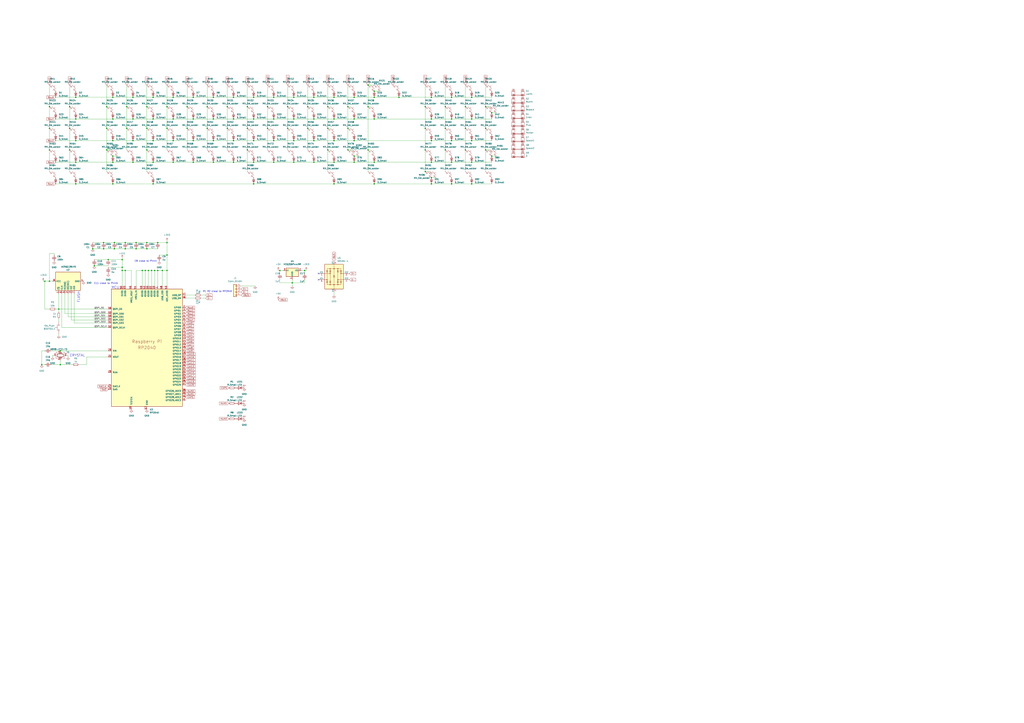
<source format=kicad_sch>
(kicad_sch (version 20231120) (generator "eeschema") (generator_version "8.0")
  (paper "A1")
  (junction (at 102.87 204.47))
  (junction (at 191.77 97.79))
  (junction (at 387.35 115.57))
  (junction (at 133.35 222.25))
  (junction (at 87.63 105.41))
  (junction (at 40.64 87.63))
  (junction (at 62.23 80.01))
  (junction (at 62.23 151.13))
  (junction (at 398.78 87.63))
  (junction (at 170.18 87.63))
  (junction (at 158.75 80.01))
  (junction (at 398.78 123.19))
  (junction (at 203.2 123.19))
  (junction (at 365.76 87.63))
  (junction (at 153.67 105.41))
  (junction (at 93.98 204.47))
  (junction (at 100.33 222.25))
  (junction (at 142.24 133.35))
  (junction (at 142.24 115.57))
  (junction (at 274.32 151.13))
  (junction (at 87.63 123.19))
  (junction (at 307.34 80.01))
  (junction (at 349.25 87.63))
  (junction (at 224.79 80.01))
  (junction (at 269.24 87.63))
  (junction (at 290.83 80.01))
  (junction (at 224.79 97.79))
  (junction (at 186.69 87.63))
  (junction (at 77.47 218.44))
  (junction (at 354.33 133.35))
  (junction (at 111.76 199.39))
  (junction (at 241.3 97.79))
  (junction (at 382.27 87.63))
  (junction (at 191.77 133.35))
  (junction (at 57.15 105.41))
  (junction (at 252.73 105.41))
  (junction (at 208.28 80.01))
  (junction (at 191.77 80.01))
  (junction (at 120.65 204.47))
  (junction (at 224.79 133.35))
  (junction (at 219.71 87.63))
  (junction (at 121.92 222.25))
  (junction (at 252.73 87.63))
  (junction (at 137.16 87.63))
  (junction (at 274.32 133.35))
  (junction (at 142.24 97.79))
  (junction (at 274.32 97.79))
  (junction (at 129.54 222.25))
  (junction (at 257.81 80.01))
  (junction (at 120.65 105.41))
  (junction (at 87.63 87.63))
  (junction (at 307.34 151.13))
  (junction (at 34.29 299.72))
  (junction (at 208.28 97.79))
  (junction (at 62.23 115.57))
  (junction (at 92.71 80.01))
  (junction (at 403.86 128.27))
  (junction (at 93.98 199.39))
  (junction (at 104.14 105.41))
  (junction (at 387.35 151.13))
  (junction (at 137.16 105.41))
  (junction (at 137.16 222.25))
  (junction (at 129.54 199.39))
  (junction (at 387.35 133.35))
  (junction (at 290.83 115.57))
  (junction (at 40.64 105.41))
  (junction (at 120.65 87.63))
  (junction (at 257.81 97.79))
  (junction (at 186.69 105.41))
  (junction (at 370.84 80.01))
  (junction (at 92.71 133.35))
  (junction (at 208.28 151.13))
  (junction (at 398.78 105.41))
  (junction (at 285.75 105.41))
  (junction (at 40.64 231.14))
  (junction (at 125.73 115.57))
  (junction (at 175.26 115.57))
  (junction (at 125.73 151.13))
  (junction (at 370.84 115.57))
  (junction (at 137.16 209.55))
  (junction (at 158.75 115.57))
  (junction (at 120.65 199.39))
  (junction (at 85.09 199.39))
  (junction (at 208.28 115.57))
  (junction (at 125.73 133.35))
  (junction (at 109.22 97.79))
  (junction (at 370.84 151.13))
  (junction (at 102.87 199.39))
  (junction (at 116.84 222.25))
  (junction (at 104.14 87.63))
  (junction (at 354.33 97.79))
  (junction (at 175.26 97.79))
  (junction (at 370.84 133.35))
  (junction (at 354.33 115.57))
  (junction (at 403.86 92.71))
  (junction (at 170.18 105.41))
  (junction (at 109.22 80.01))
  (junction (at 88.9 213.36))
  (junction (at 92.71 128.27))
  (junction (at 382.27 105.41))
  (junction (at 387.35 80.01))
  (junction (at 49.53 288.29))
  (junction (at 137.16 199.39))
  (junction (at 224.79 115.57))
  (junction (at 111.76 204.47))
  (junction (at 92.71 97.79))
  (junction (at 57.15 87.63))
  (junction (at 92.71 151.13))
  (junction (at 203.2 87.63))
  (junction (at 191.77 115.57))
  (junction (at 302.26 69.85))
  (junction (at 62.23 97.79))
  (junction (at 307.34 74.93))
  (junction (at 236.22 105.41))
  (junction (at 269.24 105.41))
  (junction (at 119.38 222.25))
  (junction (at 354.33 151.13))
  (junction (at 307.34 133.35))
  (junction (at 109.22 115.57))
  (junction (at 203.2 105.41))
  (junction (at 92.71 115.57))
  (junction (at 208.28 133.35))
  (junction (at 274.32 115.57))
  (junction (at 125.73 97.79))
  (junction (at 387.35 97.79))
  (junction (at 85.09 204.47))
  (junction (at 349.25 140.97))
  (junction (at 285.75 123.19))
  (junction (at 250.19 222.25))
  (junction (at 240.03 232.41))
  (junction (at 241.3 133.35))
  (junction (at 100.33 219.71))
  (junction (at 290.83 128.27))
  (junction (at 236.22 87.63))
  (junction (at 370.84 97.79))
  (junction (at 158.75 97.79))
  (junction (at 40.64 123.19))
  (junction (at 241.3 80.01))
  (junction (at 124.46 222.25))
  (junction (at 354.33 80.01))
  (junction (at 158.75 133.35))
  (junction (at 125.73 80.01))
  (junction (at 365.76 105.41))
  (junction (at 257.81 115.57))
  (junction (at 175.26 80.01))
  (junction (at 219.71 105.41))
  (junction (at 36.83 231.14))
  (junction (at 269.24 123.19))
  (junction (at 153.67 87.63))
  (junction (at 102.87 222.25))
  (junction (at 76.2 204.47))
  (junction (at 57.15 123.19))
  (junction (at 349.25 123.19))
  (junction (at 307.34 97.79))
  (junction (at 274.32 80.01))
  (junction (at 241.3 115.57))
  (junction (at 302.26 87.63))
  (junction (at 62.23 133.35))
  (junction (at 349.25 105.41))
  (junction (at 354.33 146.05))
  (junction (at 48.26 254))
  (junction (at 100.33 213.36))
  (junction (at 302.26 123.19))
  (junction (at 175.26 133.35))
  (junction (at 382.27 123.19))
  (junction (at 365.76 123.19))
  (junction (at 290.83 97.79))
  (junction (at 229.87 222.25))
  (junction (at 290.83 133.35))
  (junction (at 257.81 133.35))
  (junction (at 327.66 80.01))
  (junction (at 49.53 299.72))
  (junction (at 109.22 133.35))
  (junction (at 142.24 80.01))
  (junction (at 285.75 87.63))
  (junction (at 127 222.25))
  (junction (at 120.65 123.19))
  (no_connect (at 261.62 224.79))
  (no_connect (at 261.62 229.87))
  (wire (pts (xy 49.53 299.72) (xy 59.69 299.72)))
  (wire (pts (xy 191.77 97.79) (xy 208.28 97.79)))
  (wire (pts (xy 41.91 288.29) (xy 49.53 288.29)))
  (wire (pts (xy 228.6 222.25) (xy 229.87 222.25)))
  (wire (pts (xy 44.45 292.1) (xy 43.18 292.1)))
  (wire (pts (xy 269.24 105.41) (xy 269.24 123.19)))
  (wire (pts (xy 119.38 222.25) (xy 121.92 222.25)))
  (wire (pts (xy 224.79 80.01) (xy 241.3 80.01)))
  (wire (pts (xy 203.2 123.19) (xy 203.2 140.97)))
  (wire (pts (xy 158.75 133.35) (xy 175.26 133.35)))
  (wire (pts (xy 85.09 204.47) (xy 93.98 204.47)))
  (wire (pts (xy 354.33 80.01) (xy 370.84 80.01)))
  (wire (pts (xy 137.16 69.85) (xy 137.16 87.63)))
  (wire (pts (xy 387.35 151.13) (xy 403.86 151.13)))
  (wire (pts (xy 124.46 222.25) (xy 124.46 234.95)))
  (wire (pts (xy 50.8 269.24) (xy 88.9 269.24)))
  (wire (pts (xy 100.33 213.36) (xy 100.33 219.71)))
  (wire (pts (xy 274.32 97.79) (xy 290.83 97.79)))
  (wire (pts (xy 102.87 222.25) (xy 100.33 222.25)))
  (wire (pts (xy 55.88 260.35) (xy 88.9 260.35)))
  (wire (pts (xy 170.18 105.41) (xy 170.18 123.19)))
  (wire (pts (xy 109.22 97.79) (xy 125.73 97.79)))
  (wire (pts (xy 250.19 222.25) (xy 251.46 222.25)))
  (wire (pts (xy 403.86 92.71) (xy 407.67 92.71)))
  (wire (pts (xy 349.25 123.19) (xy 349.25 140.97)))
  (wire (pts (xy 137.16 199.39) (xy 129.54 199.39)))
  (wire (pts (xy 250.19 222.25) (xy 250.19 224.79)))
  (wire (pts (xy 100.33 222.25) (xy 100.33 234.95)))
  (wire (pts (xy 48.26 261.62) (xy 48.26 264.16)))
  (wire (pts (xy 49.53 299.72) (xy 41.91 299.72)))
  (wire (pts (xy 100.33 219.71) (xy 88.9 219.71)))
  (wire (pts (xy 208.28 80.01) (xy 224.79 80.01)))
  (wire (pts (xy 382.27 69.85) (xy 382.27 87.63)))
  (wire (pts (xy 142.24 133.35) (xy 158.75 133.35)))
  (wire (pts (xy 40.64 87.63) (xy 40.64 105.41)))
  (wire (pts (xy 120.65 123.19) (xy 120.65 140.97)))
  (wire (pts (xy 240.03 232.41) (xy 250.19 232.41)))
  (wire (pts (xy 302.26 87.63) (xy 302.26 123.19)))
  (wire (pts (xy 191.77 115.57) (xy 208.28 115.57)))
  (wire (pts (xy 158.75 80.01) (xy 175.26 80.01)))
  (wire (pts (xy 55.88 292.1) (xy 55.88 293.37)))
  (wire (pts (xy 62.23 80.01) (xy 92.71 80.01)))
  (wire (pts (xy 77.47 218.44) (xy 88.9 218.44)))
  (wire (pts (xy 191.77 133.35) (xy 208.28 133.35)))
  (wire (pts (xy 290.83 115.57) (xy 354.33 115.57)))
  (wire (pts (xy 236.22 105.41) (xy 236.22 123.19)))
  (wire (pts (xy 111.76 222.25) (xy 116.84 222.25)))
  (wire (pts (xy 229.87 232.41) (xy 229.87 229.87)))
  (wire (pts (xy 116.84 222.25) (xy 119.38 222.25)))
  (wire (pts (xy 40.64 231.14) (xy 43.18 231.14)))
  (wire (pts (xy 229.87 222.25) (xy 232.41 222.25)))
  (wire (pts (xy 241.3 97.79) (xy 257.81 97.79)))
  (wire (pts (xy 45.72 151.13) (xy 62.23 151.13)))
  (wire (pts (xy 137.16 87.63) (xy 137.16 105.41)))
  (wire (pts (xy 45.72 254) (xy 48.26 254)))
  (wire (pts (xy 125.73 151.13) (xy 208.28 151.13)))
  (wire (pts (xy 48.26 275.59) (xy 48.26 274.32)))
  (wire (pts (xy 168.91 245.11) (xy 165.1 245.11)))
  (wire (pts (xy 36.83 254) (xy 36.83 231.14)))
  (wire (pts (xy 290.83 97.79) (xy 307.34 97.79)))
  (wire (pts (xy 241.3 115.57) (xy 257.81 115.57)))
  (wire (pts (xy 269.24 69.85) (xy 269.24 87.63)))
  (wire (pts (xy 257.81 97.79) (xy 274.32 97.79)))
  (wire (pts (xy 40.64 231.14) (xy 40.64 208.28)))
  (wire (pts (xy 241.3 133.35) (xy 257.81 133.35)))
  (wire (pts (xy 120.65 87.63) (xy 120.65 105.41)))
  (wire (pts (xy 274.32 115.57) (xy 290.83 115.57)))
  (wire (pts (xy 71.12 293.37) (xy 88.9 293.37)))
  (wire (pts (xy 274.32 80.01) (xy 290.83 80.01)))
  (wire (pts (xy 274.32 151.13) (xy 307.34 151.13)))
  (wire (pts (xy 121.92 222.25) (xy 121.92 234.95)))
  (wire (pts (xy 125.73 133.35) (xy 142.24 133.35)))
  (wire (pts (xy 104.14 105.41) (xy 104.14 123.19)))
  (wire (pts (xy 152.4 242.57) (xy 160.02 242.57)))
  (wire (pts (xy 354.33 146.05) (xy 358.14 146.05)))
  (wire (pts (xy 203.2 87.63) (xy 203.2 105.41)))
  (wire (pts (xy 57.15 105.41) (xy 57.15 123.19)))
  (wire (pts (xy 102.87 204.47) (xy 111.76 204.47)))
  (wire (pts (xy 257.81 80.01) (xy 274.32 80.01)))
  (wire (pts (xy 290.83 128.27) (xy 294.64 128.27)))
  (wire (pts (xy 398.78 69.85) (xy 398.78 87.63)))
  (wire (pts (xy 398.78 87.63) (xy 398.78 105.41)))
  (wire (pts (xy 236.22 69.85) (xy 236.22 87.63)))
  (wire (pts (xy 45.72 80.01) (xy 62.23 80.01)))
  (wire (pts (xy 365.76 69.85) (xy 365.76 87.63)))
  (wire (pts (xy 120.65 204.47) (xy 129.54 204.47)))
  (wire (pts (xy 92.71 133.35) (xy 109.22 133.35)))
  (wire (pts (xy 349.25 69.85) (xy 349.25 87.63)))
  (wire (pts (xy 158.75 97.79) (xy 175.26 97.79)))
  (wire (pts (xy 370.84 80.01) (xy 387.35 80.01)))
  (wire (pts (xy 382.27 123.19) (xy 382.27 140.97)))
  (wire (pts (xy 224.79 97.79) (xy 241.3 97.79)))
  (wire (pts (xy 48.26 256.54) (xy 48.26 254)))
  (wire (pts (xy 76.2 204.47) (xy 85.09 204.47)))
  (wire (pts (xy 247.65 222.25) (xy 250.19 222.25)))
  (wire (pts (xy 124.46 222.25) (xy 127 222.25)))
  (wire (pts (xy 387.35 80.01) (xy 403.86 80.01)))
  (wire (pts (xy 241.3 80.01) (xy 257.81 80.01)))
  (wire (pts (xy 64.77 299.72) (xy 71.12 299.72)))
  (wire (pts (xy 87.63 123.19) (xy 87.63 140.97)))
  (wire (pts (xy 119.38 222.25) (xy 119.38 234.95)))
  (wire (pts (xy 109.22 133.35) (xy 125.73 133.35)))
  (wire (pts (xy 87.63 69.85) (xy 87.63 87.63)))
  (wire (pts (xy 48.26 254) (xy 88.9 254)))
  (wire (pts (xy 142.24 97.79) (xy 158.75 97.79)))
  (wire (pts (xy 104.14 69.85) (xy 104.14 87.63)))
  (wire (pts (xy 60.96 241.3) (xy 60.96 265.43)))
  (wire (pts (xy 285.75 105.41) (xy 285.75 123.19)))
  (wire (pts (xy 57.15 123.19) (xy 57.15 140.97)))
  (wire (pts (xy 252.73 69.85) (xy 252.73 87.63)))
  (wire (pts (xy 198.12 234.95) (xy 209.55 234.95)))
  (wire (pts (xy 274.32 240.03) (xy 274.32 242.57)))
  (wire (pts (xy 307.34 151.13) (xy 354.33 151.13)))
  (wire (pts (xy 398.78 87.63) (xy 402.59 87.63)))
  (wire (pts (xy 252.73 105.41) (xy 252.73 123.19)))
  (wire (pts (xy 120.65 199.39) (xy 111.76 199.39)))
  (wire (pts (xy 302.26 123.19) (xy 302.26 140.97)))
  (wire (pts (xy 285.75 123.19) (xy 289.56 123.19)))
  (wire (pts (xy 186.69 105.41) (xy 186.69 123.19)))
  (wire (pts (xy 398.78 123.19) (xy 402.59 123.19)))
  (wire (pts (xy 250.19 232.41) (xy 250.19 229.87)))
  (wire (pts (xy 208.28 97.79) (xy 224.79 97.79)))
  (wire (pts (xy 54.61 292.1) (xy 55.88 292.1)))
  (wire (pts (xy 240.03 229.87) (xy 240.03 232.41)))
  (wire (pts (xy 36.83 288.29) (xy 34.29 288.29)))
  (wire (pts (xy 60.96 265.43) (xy 88.9 265.43)))
  (wire (pts (xy 62.23 133.35) (xy 92.71 133.35)))
  (wire (pts (xy 125.73 97.79) (xy 142.24 97.79)))
  (wire (pts (xy 35.56 231.14) (xy 36.83 231.14)))
  (wire (pts (xy 370.84 115.57) (xy 387.35 115.57)))
  (wire (pts (xy 175.26 133.35) (xy 191.77 133.35)))
  (wire (pts (xy 111.76 204.47) (xy 120.65 204.47)))
  (wire (pts (xy 387.35 133.35) (xy 403.86 133.35)))
  (wire (pts (xy 102.87 222.25) (xy 102.87 234.95)))
  (wire (pts (xy 137.16 198.12) (xy 137.16 199.39)))
  (wire (pts (xy 186.69 87.63) (xy 186.69 105.41)))
  (wire (pts (xy 269.24 123.19) (xy 269.24 140.97)))
  (wire (pts (xy 208.28 151.13) (xy 274.32 151.13)))
  (wire (pts (xy 307.34 97.79) (xy 354.33 97.79)))
  (wire (pts (xy 87.63 123.19) (xy 91.44 123.19)))
  (wire (pts (xy 290.83 80.01) (xy 307.34 80.01)))
  (wire (pts (xy 175.26 80.01) (xy 191.77 80.01)))
  (wire (pts (xy 40.64 208.28) (xy 44.45 208.28)))
  (wire (pts (xy 129.54 199.39) (xy 120.65 199.39)))
  (wire (pts (xy 203.2 105.41) (xy 203.2 123.19)))
  (wire (pts (xy 57.15 69.85) (xy 57.15 87.63)))
  (wire (pts (xy 191.77 80.01) (xy 208.28 80.01)))
  (wire (pts (xy 121.92 222.25) (xy 124.46 222.25)))
  (wire (pts (xy 133.35 222.25) (xy 137.16 222.25)))
  (wire (pts (xy 111.76 234.95) (xy 111.76 222.25)))
  (wire (pts (xy 93.98 199.39) (xy 85.09 199.39)))
  (wire (pts (xy 92.71 151.13) (xy 125.73 151.13)))
  (wire (pts (xy 57.15 87.63) (xy 57.15 105.41)))
  (wire (pts (xy 40.64 105.41) (xy 40.64 123.19)))
  (wire (pts (xy 365.76 123.19) (xy 365.76 140.97)))
  (wire (pts (xy 269.24 87.63) (xy 269.24 105.41)))
  (wire (pts (xy 398.78 123.19) (xy 398.78 140.97)))
  (wire (pts (xy 349.25 105.41) (xy 349.25 123.19)))
  (wire (pts (xy 129.54 222.25) (xy 129.54 234.95)))
  (wire (pts (xy 382.27 87.63) (xy 382.27 105.41)))
  (wire (pts (xy 120.65 69.85) (xy 120.65 87.63)))
  (wire (pts (xy 100.33 213.36) (xy 88.9 213.36)))
  (wire (pts (xy 203.2 69.85) (xy 203.2 87.63)))
  (wire (pts (xy 85.09 199.39) (xy 76.2 199.39)))
  (wire (pts (xy 252.73 87.63) (xy 252.73 105.41)))
  (wire (pts (xy 153.67 87.63) (xy 153.67 105.41)))
  (wire (pts (xy 175.26 115.57) (xy 191.77 115.57)))
  (wire (pts (xy 142.24 115.57) (xy 158.75 115.57)))
  (wire (pts (xy 229.87 232.41) (xy 240.03 232.41)))
  (wire (pts (xy 34.29 299.72) (xy 36.83 299.72)))
  (wire (pts (xy 290.83 133.35) (xy 307.34 133.35)))
  (wire (pts (xy 53.34 257.81) (xy 88.9 257.81)))
  (wire (pts (xy 170.18 69.85) (xy 170.18 87.63)))
  (wire (pts (xy 175.26 97.79) (xy 191.77 97.79)))
  (wire (pts (xy 285.75 87.63) (xy 285.75 105.41)))
  (wire (pts (xy 137.16 222.25) (xy 137.16 234.95)))
  (wire (pts (xy 186.69 69.85) (xy 186.69 87.63)))
  (wire (pts (xy 102.87 199.39) (xy 93.98 199.39)))
  (wire (pts (xy 45.72 133.35) (xy 62.23 133.35)))
  (wire (pts (xy 168.91 242.57) (xy 165.1 242.57)))
  (wire (pts (xy 229.87 222.25) (xy 229.87 224.79)))
  (wire (pts (xy 36.83 231.14) (xy 40.64 231.14)))
  (wire (pts (xy 93.98 204.47) (xy 102.87 204.47)))
  (wire (pts (xy 107.95 234.95) (xy 107.95 222.25)))
  (wire (pts (xy 49.53 288.29) (xy 88.9 288.29)))
  (wire (pts (xy 45.72 97.79) (xy 62.23 97.79)))
  (wire (pts (xy 170.18 87.63) (xy 170.18 105.41)))
  (wire (pts (xy 40.64 123.19) (xy 40.64 140.97)))
  (wire (pts (xy 62.23 97.79) (xy 92.71 97.79)))
  (wire (pts (xy 327.66 80.01) (xy 354.33 80.01)))
  (wire (pts (xy 219.71 87.63) (xy 219.71 105.41)))
  (wire (pts (xy 92.71 80.01) (xy 109.22 80.01)))
  (wire (pts (xy 129.54 222.25) (xy 133.35 222.25)))
  (wire (pts (xy 307.34 133.35) (xy 354.33 133.35)))
  (wire (pts (xy 365.76 87.63) (xy 365.76 105.41)))
  (wire (pts (xy 285.75 69.85) (xy 285.75 87.63)))
  (wire (pts (xy 387.35 97.79) (xy 403.86 97.79)))
  (wire (pts (xy 349.25 140.97) (xy 353.06 140.97)))
  (wire (pts (xy 153.67 105.41) (xy 153.67 123.19)))
  (wire (pts (xy 34.29 288.29) (xy 34.29 299.72)))
  (wire (pts (xy 302.26 69.85) (xy 302.26 87.63)))
  (wire (pts (xy 354.33 151.13) (xy 370.84 151.13)))
  (wire (pts (xy 137.16 209.55) (xy 137.16 222.25)))
  (wire (pts (xy 120.65 105.41) (xy 120.65 123.19)))
  (wire (pts (xy 50.8 241.3) (xy 50.8 269.24)))
  (wire (pts (xy 224.79 133.35) (xy 241.3 133.35)))
  (wire (pts (xy 354.33 115.57) (xy 370.84 115.57)))
  (wire (pts (xy 127 222.25) (xy 127 234.95)))
  (wire (pts (xy 152.4 245.11) (xy 160.02 245.11)))
  (wire (pts (xy 382.27 105.41) (xy 382.27 123.19)))
  (wire (pts (xy 53.34 241.3) (xy 53.34 257.81)))
  (wire (pts (xy 44.45 208.28) (xy 44.45 209.55)))
  (wire (pts (xy 219.71 69.85) (xy 219.71 87.63)))
  (wire (pts (xy 48.26 254) (xy 48.26 241.3)))
  (wire (pts (xy 142.24 80.01) (xy 158.75 80.01)))
  (wire (pts (xy 62.23 115.57) (xy 92.71 115.57)))
  (wire (pts (xy 111.76 199.39) (xy 102.87 199.39)))
  (wire (pts (xy 224.79 115.57) (xy 241.3 115.57)))
  (wire (pts (xy 100.33 219.71) (xy 100.33 222.25)))
  (wire (pts (xy 92.71 97.79) (xy 109.22 97.79)))
  (wire (pts (xy 208.28 115.57) (xy 224.79 115.57)))
  (wire (pts (xy 365.76 105.41) (xy 365.76 123.19)))
  (wire (pts (xy 137.16 209.55) (xy 130.81 209.55)))
  (wire (pts (xy 137.16 105.41) (xy 137.16 123.19)))
  (wire (pts (xy 153.67 69.85) (xy 153.67 87.63)))
  (wire (pts (xy 370.84 133.35) (xy 387.35 133.35)))
  (wire (pts (xy 349.25 87.63) (xy 349.25 105.41)))
  (wire (pts (xy 403.86 128.27) (xy 407.67 128.27)))
  (wire (pts (xy 107.95 222.25) (xy 102.87 222.25)))
  (wire (pts (xy 127 222.25) (xy 129.54 222.25)))
  (wire (pts (xy 158.75 115.57) (xy 175.26 115.57)))
  (wire (pts (xy 40.64 69.85) (xy 40.64 87.63)))
  (wire (pts (xy 307.34 74.93) (xy 312.42 74.93)))
  (wire (pts (xy 58.42 262.89) (xy 88.9 262.89)))
  (wire (pts (xy 125.73 80.01) (xy 142.24 80.01)))
  (wire (pts (xy 240.03 234.95) (xy 240.03 232.41)))
  (wire (pts (xy 36.83 254) (xy 40.64 254)))
  (wire (pts (xy 219.71 105.41) (xy 219.71 123.19)))
  (wire (pts (xy 236.22 87.63) (xy 236.22 105.41)))
  (wire (pts (xy 104.14 87.63) (xy 104.14 105.41)))
  (wire (pts (xy 137.16 199.39) (xy 137.16 209.55)))
  (wire (pts (xy 87.63 105.41) (xy 87.63 123.19)))
  (wire (pts (xy 398.78 105.41) (xy 398.78 123.19)))
  (wire (pts (xy 387.35 115.57) (xy 403.86 115.57)))
  (wire (pts (xy 58.42 241.3) (xy 58.42 262.89)))
  (wire (pts (xy 109.22 115.57) (xy 125.73 115.57)))
  (wire (pts (xy 43.18 292.1) (xy 43.18 293.37)))
  (wire (pts (xy 62.23 151.13) (xy 92.71 151.13)))
  (wire (pts (xy 307.34 80.01) (xy 327.66 80.01)))
  (wire (pts (xy 109.22 80.01) (xy 125.73 80.01)))
  (wire (pts (xy 274.32 133.35) (xy 290.83 133.35)))
  (wire (pts (xy 257.81 115.57) (xy 274.32 115.57)))
  (wire (pts (xy 208.28 133.35) (xy 224.79 133.35)))
  (wire (pts (xy 92.71 128.27) (xy 96.52 128.27)))
  (wire (pts (xy 49.53 295.91) (xy 49.53 299.72)))
  (wire (pts (xy 100.33 212.09) (xy 100.33 213.36)))
  (wire (pts (xy 88.9 213.36) (xy 77.47 213.36)))
  (wire (pts (xy 257.81 133.35) (xy 274.32 133.35)))
  (wire (pts (xy 116.84 222.25) (xy 116.84 234.95)))
  (wire (pts (xy 71.12 299.72) (xy 71.12 293.37)))
  (wire (pts (xy 45.72 115.57) (xy 62.23 115.57)))
  (wire (pts (xy 55.88 241.3) (xy 55.88 260.35)))
  (wire (pts (xy 370.84 151.13) (xy 387.35 151.13)))
  (wire (pts (xy 354.33 97.79) (xy 370.84 97.79)))
  (wire (pts (xy 302.26 69.85) (xy 307.34 69.85)))
  (wire (pts (xy 354.33 133.35) (xy 370.84 133.35)))
  (wire (pts (xy 370.84 97.79) (xy 387.35 97.79)))
  (wire (pts (xy 92.71 115.57) (xy 109.22 115.57)))
  (wire (pts (xy 125.73 115.57) (xy 142.24 115.57)))
  (wire (pts (xy 87.63 87.63) (xy 87.63 105.41)))
  (wire (pts (xy 133.35 222.25) (xy 133.35 234.95)))
  (text "C8 close to Pin44\n" (at 110.49 215.392 0) (effects (font (size 1.3 1.3)) (justify left bottom)))
  (text "MCU" (at 91.44 237.49 0) (effects (font (size 2 2)) (justify left bottom)))
  (text "C11 close to Pin45\n" (at 77.216 233.68 0) (effects (font (size 1.3 1.3)) (justify left bottom)))
  (text "R1 R2 close to RP2040\n" (at 166.624 240.284 0) (effects (font (size 1.3 1.3)) (justify left bottom)))
  (text "CRYSTAL\n" (at 57.15 293.37 0) (effects (font (size 2 2)) (justify left bottom)))
  (text "FLASH" (at 65.786 248.666 90) (effects (font (size 2 2)) (justify left bottom)))
  (label "QSPI_SD3" (at 77.47 265.43 0))
  (label "QSPI_SD1" (at 77.47 260.35 0))
  (label "QSPI_SD2" (at 77.47 262.89 0))
  (label "QSPI_SD0" (at 77.47 257.81 0))
  (label "QSPI_SCLK" (at 77.47 269.24 0))
  (label "QSPI_SS" (at 77.47 254 0))
  (global_label "Col15" (shape input) (at 302.26 69.85 90) (property "Intersheetrefs" "${INTERSHEET_REFS}" (effects (hide yes))))
  (global_label "Col10" (shape input) (at 152.4 290.83 0) (property "Intersheetrefs" "${INTERSHEET_REFS}" (effects (hide yes))))
  (global_label "Col5" (shape input) (at 137.16 69.85 90) (property "Intersheetrefs" "${INTERSHEET_REFS}" (effects (hide yes))))
  (global_label "Col20" (shape input) (at 398.78 69.85 90) (property "Intersheetrefs" "${INTERSHEET_REFS}" (effects (hide yes))))
  (global_label "Col1" (shape input) (at 152.4 267.97 0) (property "Intersheetrefs" "${INTERSHEET_REFS}" (effects (hide yes))))
  (global_label "Col13" (shape input) (at 152.4 300.99 0) (property "Intersheetrefs" "${INTERSHEET_REFS}" (effects (hide yes))))
  (global_label "Col11" (shape input) (at 236.22 69.85 90) (property "Intersheetrefs" "${INTERSHEET_REFS}" (effects (hide yes))))
  (global_label "Row4" (shape input) (at 152.4 262.89 0) (property "Intersheetrefs" "${INTERSHEET_REFS}" (effects (hide yes))))
  (global_label "Row1" (shape input) (at 152.4 255.27 0) (property "Intersheetrefs" "${INTERSHEET_REFS}" (effects (hide yes))))
  (global_label "CAPS" (shape input) (at 187.96 318.77 180) (property "Intersheetrefs" "${INTERSHEET_REFS}" (effects (hide yes))))
  (global_label "Row3" (shape input) (at 152.4 260.35 0) (property "Intersheetrefs" "${INTERSHEET_REFS}" (effects (hide yes))))
  (global_label "Col14" (shape input) (at 152.4 303.53 0) (property "Intersheetrefs" "${INTERSHEET_REFS}" (effects (hide yes))))
  (global_label "CAPS" (shape input) (at 152.4 326.39 0) (property "Intersheetrefs" "${INTERSHEET_REFS}" (effects (hide yes))))
  (global_label "Col1" (shape input) (at 57.15 69.85 90) (property "Intersheetrefs" "${INTERSHEET_REFS}" (effects (hide yes))))
  (global_label "Col0" (shape input) (at 40.64 69.85 90) (property "Intersheetrefs" "${INTERSHEET_REFS}" (effects (hide yes))))
  (global_label "Col8" (shape input) (at 152.4 285.75 0) (property "Intersheetrefs" "${INTERSHEET_REFS}" (effects (hide yes))))
  (global_label "Col10" (shape input) (at 219.71 69.85 90) (property "Intersheetrefs" "${INTERSHEET_REFS}" (effects (hide yes))))
  (global_label "D+" (shape input) (at 198.12 237.49 0) (property "Intersheetrefs" "${INTERSHEET_REFS}" (effects (hide yes))))
  (global_label "NUM2" (shape input) (at 187.96 344.17 180) (property "Intersheetrefs" "${INTERSHEET_REFS}" (effects (hide yes))))
  (global_label "Col18" (shape input) (at 152.4 311.15 0) (property "Intersheetrefs" "${INTERSHEET_REFS}" (effects (hide yes))))
  (global_label "Row0" (shape input) (at 45.72 80.01 180) (property "Intersheetrefs" "${INTERSHEET_REFS}" (effects (hide yes))))
  (global_label "Row2" (shape input) (at 152.4 257.81 0) (property "Intersheetrefs" "${INTERSHEET_REFS}" (effects (hide yes))))
  (global_label "Col17" (shape input) (at 152.4 308.61 0) (property "Intersheetrefs" "${INTERSHEET_REFS}" (effects (hide yes))))
  (global_label "Col9" (shape input) (at 203.2 69.85 90) (property "Intersheetrefs" "${INTERSHEET_REFS}" (effects (hide yes))))
  (global_label "Col2" (shape input) (at 152.4 270.51 0) (property "Intersheetrefs" "${INTERSHEET_REFS}" (effects (hide yes))))
  (global_label "Row0" (shape input) (at 152.4 252.73 0) (property "Intersheetrefs" "${INTERSHEET_REFS}" (effects (hide yes))))
  (global_label "Col11" (shape input) (at 152.4 295.91 0) (property "Intersheetrefs" "${INTERSHEET_REFS}" (effects (hide yes))))
  (global_label "Col6" (shape input) (at 153.67 69.85 90) (property "Intersheetrefs" "${INTERSHEET_REFS}" (effects (hide yes))))
  (global_label "Col0" (shape input) (at 152.4 265.43 0) (property "Intersheetrefs" "${INTERSHEET_REFS}" (effects (hide yes))))
  (global_label "D-" (shape input) (at 168.91 245.11 0) (property "Intersheetrefs" "${INTERSHEET_REFS}" (effects (hide yes))))
  (global_label "Col3" (shape input) (at 104.14 69.85 90) (property "Intersheetrefs" "${INTERSHEET_REFS}" (effects (hide yes))))
  (global_label "SWCLK" (shape input) (at 88.9 317.5 180) (property "Intersheetrefs" "${INTERSHEET_REFS}" (effects (hide yes))))
  (global_label "Col4" (shape input) (at 152.4 275.59 0) (property "Intersheetrefs" "${INTERSHEET_REFS}" (effects (hide yes))))
  (global_label "Col19" (shape input) (at 152.4 313.69 0) (property "Intersheetrefs" "${INTERSHEET_REFS}" (effects (hide yes))))
  (global_label "Row1" (shape input) (at 45.72 97.79 180) (property "Intersheetrefs" "${INTERSHEET_REFS}" (effects (hide yes))))
  (global_label "VBUS" (shape input) (at 198.12 242.57 0) (property "Intersheetrefs" "${INTERSHEET_REFS}" (effects (hide yes))))
  (global_label "Col16" (shape input) (at 322.58 69.85 90) (property "Intersheetrefs" "${INTERSHEET_REFS}" (effects (hide yes))))
  (global_label "D-" (shape input) (at 198.12 240.03 0) (property "Intersheetrefs" "${INTERSHEET_REFS}" (effects (hide yes))))
  (global_label "Col12" (shape input) (at 152.4 298.45 0) (property "Intersheetrefs" "${INTERSHEET_REFS}" (effects (hide yes))))
  (global_label "D+" (shape input) (at 287.02 224.79 0) (property "Intersheetrefs" "${INTERSHEET_REFS}" (effects (hide yes))))
  (global_label "Col18" (shape input) (at 365.76 69.85 90) (property "Intersheetrefs" "${INTERSHEET_REFS}" (effects (hide yes))))
  (global_label "Col19" (shape input) (at 382.27 69.85 90) (property "Intersheetrefs" "${INTERSHEET_REFS}" (effects (hide yes))))
  (global_label "Col15" (shape input) (at 152.4 306.07 0) (property "Intersheetrefs" "${INTERSHEET_REFS}" (effects (hide yes))))
  (global_label "Col6" (shape input) (at 152.4 280.67 0) (property "Intersheetrefs" "${INTERSHEET_REFS}" (effects (hide yes))))
  (global_label "Col9" (shape input) (at 152.4 288.29 0) (property "Intersheetrefs" "${INTERSHEET_REFS}" (effects (hide yes))))
  (global_label "Col20" (shape input) (at 152.4 316.23 0) (property "Intersheetrefs" "${INTERSHEET_REFS}" (effects (hide yes))))
  (global_label "NUM2" (shape input) (at 152.4 321.31 0) (property "Intersheetrefs" "${INTERSHEET_REFS}" (effects (hide yes))))
  (global_label "NUM1" (shape input) (at 187.96 331.47 180) (property "Intersheetrefs" "${INTERSHEET_REFS}" (effects (hide yes))))
  (global_label "Col7" (shape input) (at 170.18 69.85 90) (property "Intersheetrefs" "${INTERSHEET_REFS}" (effects (hide yes))))
  (global_label "VBUS" (shape input) (at 228.6 246.38 0) (property "Intersheetrefs" "${INTERSHEET_REFS}" (effects (hide yes))))
  (global_label "VBUS" (shape input) (at 274.32 214.63 90) (property "Intersheetrefs" "${INTERSHEET_REFS}" (effects (hide yes))))
  (global_label "SWD" (shape input) (at 88.9 320.04 180) (property "Intersheetrefs" "${INTERSHEET_REFS}" (effects (hide yes))))
  (global_label "Col8" (shape input) (at 186.69 69.85 90) (property "Intersheetrefs" "${INTERSHEET_REFS}" (effects (hide yes))))
  (global_label "Col14" (shape input) (at 285.75 69.85 90) (property "Intersheetrefs" "${INTERSHEET_REFS}" (effects (hide yes))))
  (global_label "Col12" (shape input) (at 252.73 69.85 90) (property "Intersheetrefs" "${INTERSHEET_REFS}" (effects (hide yes))))
  (global_label "Col17" (shape input) (at 349.25 69.85 90) (property "Intersheetrefs" "${INTERSHEET_REFS}" (effects (hide yes))))
  (global_label "Col4" (shape input) (at 120.65 69.85 90) (property "Intersheetrefs" "${INTERSHEET_REFS}" (effects (hide yes))))
  (global_label "Row3" (shape input) (at 45.72 133.35 180) (property "Intersheetrefs" "${INTERSHEET_REFS}" (effects (hide yes))))
  (global_label "Row2" (shape input) (at 45.72 115.57 180) (property "Intersheetrefs" "${INTERSHEET_REFS}" (effects (hide yes))))
  (global_label "D-" (shape input) (at 287.02 229.87 0) (property "Intersheetrefs" "${INTERSHEET_REFS}" (effects (hide yes))))
  (global_label "Col2" (shape input) (at 87.63 69.85 90) (property "Intersheetrefs" "${INTERSHEET_REFS}" (effects (hide yes))))
  (global_label "Row4" (shape input) (at 45.72 151.13 180) (property "Intersheetrefs" "${INTERSHEET_REFS}" (effects (hide yes))))
  (global_label "Col5" (shape input) (at 152.4 278.13 0) (property "Intersheetrefs" "${INTERSHEET_REFS}" (effects (hide yes))))
  (global_label "Col16" (shape input) (at 152.4 293.37 0) (property "Intersheetrefs" "${INTERSHEET_REFS}" (effects (hide yes))))
  (global_label "Col13" (shape input) (at 269.24 69.85 90) (property "Intersheetrefs" "${INTERSHEET_REFS}" (effects (hide yes))))
  (global_label "Col7" (shape input) (at 152.4 283.21 0) (property "Intersheetrefs" "${INTERSHEET_REFS}" (effects (hide yes))))
  (global_label "D+" (shape input) (at 168.91 242.57 0) (property "Intersheetrefs" "${INTERSHEET_REFS}" (effects (hide yes))))
  (global_label "Col3" (shape input) (at 152.4 273.05 0) (property "Intersheetrefs" "${INTERSHEET_REFS}" (effects (hide yes))))
  (global_label "NUM1" (shape input) (at 152.4 323.85 0) (property "Intersheetrefs" "${INTERSHEET_REFS}" (effects (hide yes))))
  (symbol (lib_id "Device:LED") (at 196.85 318.77 180) (unit 1)
    (property "Reference" "LED1" (at 196.85 313.69 0))
    (property "Value" "LED" (at 196.85 316.23 0))
    (property "Footprint" "hjcustom:KT-0805W" (effects (hide yes)))
    (property "Description" "Light emitting diode" (effects (hide yes)))
  )
  (symbol (lib_id "marbastlib-mx:MX_SW_solder") (at 255.27 72.39 0) (unit 1)
    (property "Reference" "MX13" (at 255.27 64.77 0))
    (property "Value" "MX_SW_solder" (at 255.27 67.31 0))
    (property "Footprint" "ScottoKeebs_MX:MX_PCB_1.00u_NoSilkscreen_narrow" (effects (hide yes)))
    (property "Description" "Push button switch, normally open, two pins, 45° tilted" (effects (hide yes)))
  )
  (symbol (lib_id "marbastlib-mx:MX_SW_solder") (at 172.72 125.73 0) (unit 1)
    (property "Reference" "MX69" (at 172.72 118.11 0))
    (property "Value" "MX_SW_solder" (at 172.72 120.65 0))
    (property "Footprint" "ScottoKeebs_MX:MX_PCB_1.00u_NoSilkscreen_narrow" (effects (hide yes)))
    (property "Description" "Push button switch, normally open, two pins, 45° tilted" (effects (hide yes)))
  )
  (symbol (lib_id "marbastlib-mx:MX_SW_solder") (at 271.78 125.73 0) (unit 1)
    (property "Reference" "MX75" (at 271.78 118.11 0))
    (property "Value" "MX_SW_solder" (at 271.78 120.65 0))
    (property "Footprint" "ScottoKeebs_MX:MX_PCB_1.00u_NoSilkscreen_narrow" (effects (hide yes)))
    (property "Description" "Push button switch, normally open, two pins, 45° tilted" (effects (hide yes)))
  )
  (symbol (lib_id "Device:D_Small") (at 327.66 77.47 90) (unit 1)
    (property "Reference" "D22" (at 330.2 76.1999 90) (effects (justify right)))
    (property "Value" "D_Small" (at 330.2 78.7399 90) (effects (justify right)))
    (property "Footprint" "ScottoKeebs_Components:Diode_SOD-123_noref" (effects (hide yes)))
    (property "Description" "Diode, small symbol" (effects (hide yes)))
    (property "Sim.Device" "D" (effects (hide yes)))
    (property "Sim.Pins" "1=K 2=A" (effects (hide yes)))
  )
  (symbol (lib_id "Device:D_Small") (at 158.75 113.03 90) (unit 1)
    (property "Reference" "D50" (at 161.29 111.7599 90) (effects (justify right)))
    (property "Value" "D_Small" (at 161.29 114.2999 90) (effects (justify right)))
    (property "Footprint" "ScottoKeebs_Components:Diode_SOD-123_noref" (effects (hide yes)))
    (property "Description" "Diode, small symbol" (effects (hide yes)))
    (property "Sim.Device" "D" (effects (hide yes)))
    (property "Sim.Pins" "1=K 2=A" (effects (hide yes)))
  )
  (symbol (lib_id "Memory_Flash:W25Q128JVS") (at 55.88 231.14 90) (unit 1)
    (property "Reference" "U2" (at 57.15 221.742 90) (effects (justify left)))
    (property "Value" "W25Q128JVS" (at 62.484 219.202 90) (effects (justify left)))
    (property "Footprint" "Package_SO:SOIC-8_5.23x5.23mm_P1.27mm" (effects (hide yes)))
    (property "Datasheet" "http://www.winbond.com/resource-files/w25q128jv_dtr%20revc%2003272018%20plus.pdf" (effects (hide yes)))
  )
  (symbol (lib_id "marbastlib-mx:MX_stab") (at 425.45 120.65 0) (unit 1)
    (property "Reference" "S8" (at 431.8 119.2529 0) (effects (justify left)))
    (property "Value" "Space2" (at 431.8 121.7929 0) (effects (justify left)))
    (property "Footprint" "ScottoKeebs_Stabilizer:Stabilizer_MX_8.00u" (effects (hide yes)))
    (property "Description" "Cherry MX-style stabilizer" (effects (hide yes)))
  )
  (symbol (lib_id "marbastlib-mx:MX_SW_solder") (at 90.17 72.39 0) (unit 1)
    (property "Reference" "MX3" (at 90.17 64.77 0))
    (property "Value" "MX_SW_solder" (at 90.17 67.31 0))
    (property "Footprint" "ScottoKeebs_MX:MX_PCB_1.00u_NoSilkscreen_narrow" (effects (hide yes)))
    (property "Description" "Push button switch, normally open, two pins, 45° tilted" (effects (hide yes)))
  )
  (symbol (lib_id "marbastlib-mx:MX_SW_solder") (at 304.8 143.51 0) (unit 1)
    (property "Reference" "MX90" (at 304.8 135.89 0))
    (property "Value" "MX_SW_solder" (at 304.8 138.43 0))
    (property "Footprint" "ScottoKeebs_MX:MX_PCB_1.00u_NoSilkscreen_narrow" (effects (hide yes)))
    (property "Description" "Push button switch, normally open, two pins, 45° tilted" (effects (hide yes)))
  )
  (symbol (lib_id "marbastlib-mx:MX_SW_solder") (at 238.76 90.17 0) (unit 1)
    (property "Reference" "MX34" (at 238.76 82.55 0))
    (property "Value" "MX_SW_solder" (at 238.76 85.09 0))
    (property "Footprint" "ScottoKeebs_MX:MX_PCB_1.00u_NoSilkscreen_narrow" (effects (hide yes)))
    (property "Description" "Push button switch, normally open, two pins, 45° tilted" (effects (hide yes)))
  )
  (symbol (lib_id "power:GND") (at 200.66 331.47 0) (unit 1)
    (property "Reference" "#PWR02" (effects (hide yes)))
    (property "Value" "GND" (at 200.66 336.55 0))
  )
  (symbol (lib_id "Device:D_Small") (at 109.22 95.25 90) (unit 1)
    (property "Reference" "D26" (at 111.76 93.9799 90) (effects (justify right)))
    (property "Value" "D_Small" (at 111.76 96.5199 90) (effects (justify right)))
    (property "Footprint" "ScottoKeebs_Components:Diode_SOD-123_noref" (effects (hide yes)))
    (property "Description" "Diode, small symbol" (effects (hide yes)))
    (property "Sim.Device" "D" (effects (hide yes)))
    (property "Sim.Pins" "1=K 2=A" (effects (hide yes)))
  )
  (symbol (lib_id "Device:D_Small") (at 109.22 113.03 90) (unit 1)
    (property "Reference" "D47" (at 111.76 111.7599 90) (effects (justify right)))
    (property "Value" "D_Small" (at 111.76 114.2999 90) (effects (justify right)))
    (property "Footprint" "ScottoKeebs_Components:Diode_SOD-123_noref" (effects (hide yes)))
    (property "Description" "Diode, small symbol" (effects (hide yes)))
    (property "Sim.Device" "D" (effects (hide yes)))
    (property "Sim.Pins" "1=K 2=A" (effects (hide yes)))
  )
  (symbol (lib_id "Device:D_Small") (at 208.28 77.47 90) (unit 1)
    (property "Reference" "D10" (at 210.82 76.1999 90) (effects (justify right)))
    (property "Value" "D_Small" (at 210.82 78.7399 90) (effects (justify right)))
    (property "Footprint" "ScottoKeebs_Components:Diode_SOD-123_noref" (effects (hide yes)))
    (property "Description" "Diode, small symbol" (effects (hide yes)))
    (property "Sim.Device" "D" (effects (hide yes)))
    (property "Sim.Pins" "1=K 2=A" (effects (hide yes)))
  )
  (symbol (lib_id "Device:D_Small") (at 45.72 113.03 90) (unit 1)
    (property "Reference" "D44" (at 48.26 111.7599 90) (effects (justify right)))
    (property "Value" "D_Small" (at 48.26 114.2999 90) (effects (justify right)))
    (property "Footprint" "ScottoKeebs_Components:Diode_SOD-123_noref" (effects (hide yes)))
    (property "Description" "Diode, small symbol" (effects (hide yes)))
    (property "Sim.Device" "D" (effects (hide yes)))
    (property "Sim.Pins" "1=K 2=A" (effects (hide yes)))
  )
  (symbol (lib_id "marbastlib-mx:MX_SW_solder") (at 106.68 125.73 0) (unit 1)
    (property "Reference" "MX95" (at 106.68 118.11 0))
    (property "Value" "MX_SW_solder" (at 106.68 120.65 0))
    (property "Footprint" "ScottoKeebs_MX:MX_PCB_1.00u_NoSilkscreen_narrow" (effects (hide yes)))
    (property "Description" "Push button switch, normally open, two pins, 45° tilted" (effects (hide yes)))
  )
  (symbol (lib_id "Device:D_Small") (at 158.75 130.81 90) (unit 1)
    (property "Reference" "D68" (at 161.29 129.5399 90) (effects (justify right)))
    (property "Value" "D_Small" (at 161.29 132.0799 90) (effects (justify right)))
    (property "Footprint" "ScottoKeebs_Components:Diode_SOD-123_noref" (effects (hide yes)))
    (property "Description" "Diode, small symbol" (effects (hide yes)))
    (property "Sim.Device" "D" (effects (hide yes)))
    (property "Sim.Pins" "1=K 2=A" (effects (hide yes)))
  )
  (symbol (lib_id "power:GND") (at 130.81 214.63 0) (unit 1)
    (property "Reference" "#PWR0341" (effects (hide yes)))
    (property "Value" "GND" (at 130.81 219.71 0))
  )
  (symbol (lib_id "Device:D_Small") (at 175.26 130.81 90) (unit 1)
    (property "Reference" "D69" (at 177.8 129.5399 90) (effects (justify right)))
    (property "Value" "D_Small" (at 177.8 132.0799 90) (effects (justify right)))
    (property "Footprint" "ScottoKeebs_Components:Diode_SOD-123_noref" (effects (hide yes)))
    (property "Description" "Diode, small symbol" (effects (hide yes)))
    (property "Sim.Device" "D" (effects (hide yes)))
    (property "Sim.Pins" "1=K 2=A" (effects (hide yes)))
  )
  (symbol (lib_id "marbastlib-mx:MX_SW_solder") (at 90.17 125.73 0) (unit 1)
    (property "Reference" "MX65" (at 90.17 118.11 0))
    (property "Value" "MX_SW_solder" (at 90.17 120.65 0))
    (property "Footprint" "ScottoKeebs_MX:MX_PCB_1.00u_NoSilkscreen_narrow" (effects (hide yes)))
    (property "Description" "Push button switch, normally open, two pins, 45° tilted" (effects (hide yes)))
  )
  (symbol (lib_id "Device:D_Small") (at 125.73 148.59 90) (unit 1)
    (property "Reference" "D87" (at 128.27 147.3199 90) (effects (justify right)))
    (property "Value" "D_Small" (at 128.27 149.8599 90) (effects (justify right)))
    (property "Footprint" "ScottoKeebs_Components:Diode_SOD-123_noref" (effects (hide yes)))
    (property "Description" "Diode, small symbol" (effects (hide yes)))
    (property "Sim.Device" "D" (effects (hide yes)))
    (property "Sim.Pins" "1=K 2=A" (effects (hide yes)))
  )
  (symbol (lib_id "Device:D_Small") (at 158.75 77.47 90) (unit 1)
    (property "Reference" "D7" (at 161.29 76.1999 90) (effects (justify right)))
    (property "Value" "D_Small" (at 161.29 78.7399 90) (effects (justify right)))
    (property "Footprint" "ScottoKeebs_Components:Diode_SOD-123_noref" (effects (hide yes)))
    (property "Description" "Diode, small symbol" (effects (hide yes)))
    (property "Sim.Device" "D" (effects (hide yes)))
    (property "Sim.Pins" "1=K 2=A" (effects (hide yes)))
  )
  (symbol (lib_id "marbastlib-mx:MX_SW_solder") (at 139.7 125.73 0) (unit 1)
    (property "Reference" "MX67" (at 139.7 118.11 0))
    (property "Value" "MX_SW_solder" (at 139.7 120.65 0))
    (property "Footprint" "ScottoKeebs_MX:MX_PCB_1.00u_NoSilkscreen_narrow" (effects (hide yes)))
    (property "Description" "Push button switch, normally open, two pins, 45° tilted" (effects (hide yes)))
  )
  (symbol (lib_id "marbastlib-mx:MX_SW_solder") (at 123.19 90.17 0) (unit 1)
    (property "Reference" "MX27" (at 123.19 82.55 0))
    (property "Value" "MX_SW_solder" (at 123.19 85.09 0))
    (property "Footprint" "ScottoKeebs_MX:MX_PCB_1.00u_NoSilkscreen_narrow" (effects (hide yes)))
    (property "Description" "Push button switch, normally open, two pins, 45° tilted" (effects (hide yes)))
  )
  (symbol (lib_id "Regulator_Linear:XC6206PxxxMR") (at 240.03 222.25 0) (unit 1)
    (property "Reference" "U4" (at 240.03 214.63 0))
    (property "Value" "XC6206PxxxMR" (at 240.03 217.17 0))
    (property "Footprint" "Package_TO_SOT_SMD:SOT-23" (effects (hide yes)))
    (property "Datasheet" "https://www.torexsemi.com/file/xc6206/XC6206.pdf" (effects (hide yes)))
  )
  (symbol (lib_id "marbastlib-mx:MX_SW_solder") (at 368.3 72.39 0) (unit 1)
    (property "Reference" "MX18" (at 368.3 64.77 0))
    (property "Value" "MX_SW_solder" (at 368.3 67.31 0))
    (property "Footprint" "ScottoKeebs_MX:MX_PCB_1.00u_NoSilkscreen_narrow" (effects (hide yes)))
    (property "Description" "Push button switch, normally open, two pins, 45° tilted" (effects (hide yes)))
  )
  (symbol (lib_id "Device:D_Small") (at 257.81 113.03 90) (unit 1)
    (property "Reference" "D56" (at 260.35 111.7599 90) (effects (justify right)))
    (property "Value" "D_Small" (at 260.35 114.2999 90) (effects (justify right)))
    (property "Footprint" "ScottoKeebs_Components:Diode_SOD-123_noref" (effects (hide yes)))
    (property "Description" "Diode, small symbol" (effects (hide yes)))
    (property "Sim.Device" "D" (effects (hide yes)))
    (property "Sim.Pins" "1=K 2=A" (effects (hide yes)))
  )
  (symbol (lib_id "Connector_Generic:Conn_01x04") (at 193.04 240.03 180) (unit 1)
    (property "Reference" "J1" (at 193.04 228.6 0))
    (property "Value" "Conn_01x04" (at 193.04 231.14 0))
    (property "Footprint" "Connector_JST:JST_SH_SM04B-SRSS-TB_1x04-1MP_P1.00mm_Horizontal" (effects (hide yes)))
    (property "Description" "Generic connector, single row, 01x04, script generated (kicad-library-utils/schlib/autogen/connector/)" (effects (hide yes)))
  )
  (symbol (lib_id "Device:D_Small") (at 387.35 130.81 90) (unit 1)
    (property "Reference" "D79" (at 389.89 129.5399 90) (effects (justify right)))
    (property "Value" "D_Small" (at 389.89 132.0799 90) (effects (justify right)))
    (property "Footprint" "ScottoKeebs_Components:Diode_SOD-123_noref" (effects (hide yes)))
    (property "Description" "Diode, small symbol" (effects (hide yes)))
    (property "Sim.Device" "D" (effects (hide yes)))
    (property "Sim.Pins" "1=K 2=A" (effects (hide yes)))
  )
  (symbol (lib_id "Device:D_Small") (at 307.34 77.47 90) (unit 1)
    (property "Reference" "D16" (at 309.88 76.1999 90) (effects (justify right)))
    (property "Value" "D_Small" (at 309.88 78.7399 90) (effects (justify right)))
    (property "Footprint" "ScottoKeebs_Components:Diode_SOD-123_noref" (effects (hide yes)))
    (property "Description" "Diode, small symbol" (effects (hide yes)))
    (property "Sim.Device" "D" (effects (hide yes)))
    (property "Sim.Pins" "1=K 2=A" (effects (hide yes)))
  )
  (symbol (lib_id "marbastlib-mx:MX_SW_solder") (at 288.29 72.39 0) (unit 1)
    (property "Reference" "MX15" (at 288.29 64.77 0))
    (property "Value" "MX_SW_solder" (at 288.29 67.31 0))
    (property "Footprint" "ScottoKeebs_MX:MX_PCB_1.00u_NoSilkscreen_narrow" (effects (hide yes)))
    (property "Description" "Push button switch, normally open, two pins, 45° tilted" (effects (hide yes)))
  )
  (symbol (lib_id "Device:C_Small") (at 102.87 201.93 180) (unit 1)
    (property "Reference" "C4" (at 100.33 203.1937 0) (effects (justify left)))
    (property "Value" "100n" (at 100.33 200.6537 0) (effects (justify left)))
    (property "Footprint" "Capacitor_SMD:C_0402_1005Metric" (effects (hide yes)))
  )
  (symbol (lib_id "Device:C_Small") (at 39.37 299.72 90) (unit 1)
    (property "Reference" "C16" (at 39.3763 293.37 90))
    (property "Value" "15p" (at 39.3763 295.91 90))
    (property "Footprint" "Capacitor_SMD:C_0402_1005Metric" (effects (hide yes)))
  )
  (symbol (lib_id "marbastlib-mx:MX_SW_solder") (at 355.6 143.51 0) (unit 1)
    (property "Reference" "MX96" (at 346.456 143.764 0))
    (property "Value" "MX_SW_solder" (at 346.456 146.304 0))
    (property "Footprint" "ScottoKeebs_MX:MX_PCB_1.00u_NoSilkscreen_narrow" (effects (hide yes)))
    (property "Description" "Push button switch, normally open, two pins, 45° tilted" (effects (hide yes)))
  )
  (symbol (lib_id "Device:C_Small") (at 120.65 201.93 180) (unit 1)
    (property "Reference" "C6" (at 118.11 203.1937 0) (effects (justify left)))
    (property "Value" "100n" (at 118.11 200.6537 0) (effects (justify left)))
    (property "Footprint" "Capacitor_SMD:C_0402_1005Metric" (effects (hide yes)))
  )
  (symbol (lib_id "Device:D_Small") (at 354.33 113.03 90) (unit 1)
    (property "Reference" "D59" (at 356.87 111.7599 90) (effects (justify right)))
    (property "Value" "D_Small" (at 356.87 114.2999 90) (effects (justify right)))
    (property "Footprint" "ScottoKeebs_Components:Diode_SOD-123_noref" (effects (hide yes)))
    (property "Description" "Diode, small symbol" (effects (hide yes)))
    (property "Sim.Device" "D" (effects (hide yes)))
    (property "Sim.Pins" "1=K 2=A" (effects (hide yes)))
  )
  (symbol (lib_id "Device:C_Small") (at 88.9 222.25 0) (unit 1)
    (property "Reference" "C14" (at 91.44 220.9863 0) (effects (justify left)))
    (property "Value" "1u" (at 91.44 223.5263 0) (effects (justify left)))
    (property "Footprint" "Capacitor_SMD:C_0402_1005Metric" (effects (hide yes)))
  )
  (symbol (lib_id "Device:D_Small") (at 387.35 113.03 90) (unit 1)
    (property "Reference" "D61" (at 389.89 111.7599 90) (effects (justify right)))
    (property "Value" "D_Small" (at 389.89 114.2999 90) (effects (justify right)))
    (property "Footprint" "ScottoKeebs_Components:Diode_SOD-123_noref" (effects (hide yes)))
    (property "Description" "Diode, small symbol" (effects (hide yes)))
    (property "Sim.Device" "D" (effects (hide yes)))
    (property "Sim.Pins" "1=K 2=A" (effects (hide yes)))
  )
  (symbol (lib_id "power:GND") (at 240.03 234.95 0) (unit 1)
    (property "Reference" "#PWR0360" (effects (hide yes)))
    (property "Value" "GND" (at 240.03 240.03 0))
  )
  (symbol (lib_id "marbastlib-mx:MX_stab") (at 425.45 101.6 0) (unit 1)
    (property "Reference" "S5" (at 431.8 100.2029 0) (effects (justify left)))
    (property "Value" "Plus" (at 431.8 102.7429 0) (effects (justify left)))
    (property "Footprint" "ScottoKeebs_Stabilizer:Stabilizer_MX_2.00u" (effects (hide yes)))
    (property "Description" "Cherry MX-style stabilizer" (effects (hide yes)))
  )
  (symbol (lib_id "marbastlib-mx:MX_stab") (at 425.45 127 0) (unit 1)
    (property "Reference" "S9" (at 431.8 125.6029 0) (effects (justify left)))
    (property "Value" "0" (at 431.8 128.1429 0) (effects (justify left)))
    (property "Footprint" "ScottoKeebs_Stabilizer:Stabilizer_MX_2.00u" (effects (hide yes)))
    (property "Description" "Cherry MX-style stabilizer" (effects (hide yes)))
  )
  (symbol (lib_id "Device:C_Small") (at 85.09 201.93 180) (unit 1)
    (property "Reference" "C2" (at 82.55 203.1937 0) (effects (justify left)))
    (property "Value" "100n" (at 82.55 200.6537 0) (effects (justify left)))
    (property "Footprint" "Capacitor_SMD:C_0402_1005Metric" (effects (hide yes)))
  )
  (symbol (lib_id "marbastlib-mx:MX_SW_solder") (at 304.8 125.73 0) (unit 1)
    (property "Reference" "MX83" (at 304.8 118.11 0))
    (property "Value" "MX_SW_solder" (at 304.8 120.65 0))
    (property "Footprint" "ScottoKeebs_MX:MX_PCB_1.00u_NoSilkscreen_narrow" (effects (hide yes)))
    (property "Description" "Push button switch, normally open, two pins, 45° tilted" (effects (hide yes)))
  )
  (symbol (lib_id "marbastlib-mx:MX_SW_solder") (at 139.7 107.95 0) (unit 1)
    (property "Reference" "MX49" (at 139.7 100.33 0))
    (property "Value" "MX_SW_solder" (at 139.7 102.87 0))
    (property "Footprint" "ScottoKeebs_MX:MX_PCB_1.00u_NoSilkscreen_narrow" (effects (hide yes)))
    (property "Description" "Push button switch, normally open, two pins, 45° tilted" (effects (hide yes)))
  )
  (symbol (lib_id "Device:D_Small") (at 191.77 130.81 90) (unit 1)
    (property "Reference" "D70" (at 194.31 129.5399 90) (effects (justify right)))
    (property "Value" "D_Small" (at 194.31 132.0799 90) (effects (justify right)))
    (property "Footprint" "ScottoKeebs_Components:Diode_SOD-123_noref" (effects (hide yes)))
    (property "Description" "Diode, small symbol" (effects (hide yes)))
    (property "Sim.Device" "D" (effects (hide yes)))
    (property "Sim.Pins" "1=K 2=A" (effects (hide yes)))
  )
  (symbol (lib_id "marbastlib-mx:MX_SW_solder") (at 271.78 72.39 0) (unit 1)
    (property "Reference" "MX14" (at 271.78 64.77 0))
    (property "Value" "MX_SW_solder" (at 271.78 67.31 0))
    (property "Footprint" "ScottoKeebs_MX:MX_PCB_1.00u_NoSilkscreen_narrow" (effects (hide yes)))
    (property "Description" "Push button switch, normally open, two pins, 45° tilted" (effects (hide yes)))
  )
  (symbol (lib_id "marbastlib-mx:MX_SW_solder") (at 288.29 107.95 0) (unit 1)
    (property "Reference" "MX58" (at 288.29 100.33 0))
    (property "Value" "MX_SW_solder" (at 288.29 102.87 0))
    (property "Footprint" "ScottoKeebs_MX:MX_PCB_1.00u_NoSilkscreen_narrow" (effects (hide yes)))
    (property "Description" "Push button switch, normally open, two pins, 45° tilted" (effects (hide yes)))
  )
  (symbol (lib_id "Device:D_Small") (at 307.34 95.25 90) (unit 1)
    (property "Reference" "D38" (at 309.88 93.9799 90) (effects (justify right)))
    (property "Value" "D_Small" (at 309.88 96.5199 90) (effects (justify right)))
    (property "Footprint" "ScottoKeebs_Components:Diode_SOD-123_noref" (effects (hide yes)))
    (property "Description" "Diode, small symbol" (effects (hide yes)))
    (property "Sim.Device" "D" (effects (hide yes)))
    (property "Sim.Pins" "1=K 2=A" (effects (hide yes)))
  )
  (symbol (lib_id "Device:D_Small") (at 274.32 95.25 90) (unit 1)
    (property "Reference" "D36" (at 276.86 93.9799 90) (effects (justify right)))
    (property "Value" "D_Small" (at 276.86 96.5199 90) (effects (justify right)))
    (property "Footprint" "ScottoKeebs_Components:Diode_SOD-123_noref" (effects (hide yes)))
    (property "Description" "Diode, small symbol" (effects (hide yes)))
    (property "Sim.Device" "D" (effects (hide yes)))
    (property "Sim.Pins" "1=K 2=A" (effects (hide yes)))
  )
  (symbol (lib_id "marbastlib-mx:MX_SW_solder") (at 368.3 143.51 0) (unit 1)
    (property "Reference" "MX97" (at 368.3 135.89 0))
    (property "Value" "MX_SW_solder" (at 368.3 138.43 0))
    (property "Footprint" "ScottoKeebs_MX:MX_PCB_1.00u_NoSilkscreen_narrow" (effects (hide yes)))
    (property "Description" "Push button switch, normally open, two pins, 45° tilted" (effects (hide yes)))
  )
  (symbol (lib_id "Device:R_Small") (at 62.23 299.72 90) (unit 1)
    (property "Reference" "R5" (at 62.23 294.64 90))
    (property "Value" "1k" (at 62.23 297.18 90))
    (property "Footprint" "Resistor_SMD:R_0402_1005Metric" (effects (hide yes)))
  )
  (symbol (lib_id "marbastlib-mx:MX_SW_solder") (at 351.79 107.95 0) (unit 1)
    (property "Reference" "MX59" (at 351.79 100.33 0))
    (property "Value" "MX_SW_solder" (at 351.79 102.87 0))
    (property "Footprint" "ScottoKeebs_MX:MX_PCB_1.00u_NoSilkscreen_narrow" (effects (hide yes)))
    (property "Description" "Push button switch, normally open, two pins, 45° tilted" (effects (hide yes)))
  )
  (symbol (lib_id "Device:D_Small") (at 403.86 113.03 90) (unit 1)
    (property "Reference" "D62" (at 406.4 111.7599 90) (effects (justify right)))
    (property "Value" "D_Small" (at 406.4 114.2999 90) (effects (justify right)))
    (property "Footprint" "ScottoKeebs_Components:Diode_SOD-123_noref" (effects (hide yes)))
    (property "Description" "Diode, small symbol" (effects (hide yes)))
    (property "Sim.Device" "D" (effects (hide yes)))
    (property "Sim.Pins" "1=K 2=A" (effects (hide yes)))
  )
  (symbol (lib_id "Device:C_Small") (at 250.19 227.33 0) (unit 1)
    (property "Reference" "C17" (at 246.38 224.79 0) (effects (justify left)))
    (property "Value" "1uF" (at 246.38 231.14 0) (effects (justify left)))
    (property "Footprint" "Capacitor_SMD:C_0402_1005Metric" (effects (hide yes)))
  )
  (symbol (lib_id "MCU_RaspberryPi_and_Boards:RP2040") (at 120.65 285.75 0) (unit 1)
    (property "Reference" "U3" (at 122.8441 336.55 0) (effects (justify left)))
    (property "Value" "RP2040" (at 122.8441 339.09 0) (effects (justify left)))
    (property "Footprint" "RP2040_minimal:RP2040-QFN-56" (effects (hide yes)))
  )
  (symbol (lib_id "marbastlib-mx:MX_SW_solder") (at 123.19 143.51 0) (unit 1)
    (property "Reference" "MX87" (at 123.19 135.89 0))
    (property "Value" "MX_SW_solder" (at 123.19 138.43 0))
    (property "Footprint" "ScottoKeebs_MX:MX_PCB_1.00u_NoSilkscreen_narrow" (effects (hide yes)))
    (property "Description" "Push button switch, normally open, two pins, 45° tilted" (effects (hide yes)))
  )
  (symbol (lib_id "Device:D_Small") (at 92.71 95.25 90) (unit 1)
    (property "Reference" "D25" (at 95.25 93.9799 90) (effects (justify right)))
    (property "Value" "D_Small" (at 95.25 96.5199 90) (effects (justify right)))
    (property "Footprint" "ScottoKeebs_Components:Diode_SOD-123_noref" (effects (hide yes)))
    (property "Description" "Diode, small symbol" (effects (hide yes)))
    (property "Sim.Device" "D" (effects (hide yes)))
    (property "Sim.Pins" "1=K 2=A" (effects (hide yes)))
  )
  (symbol (lib_id "marbastlib-mx:MX_SW_solder") (at 90.17 90.17 0) (unit 1)
    (property "Reference" "MX25" (at 90.17 82.55 0))
    (property "Value" "MX_SW_solder" (at 90.17 85.09 0))
    (property "Footprint" "ScottoKeebs_MX:MX_PCB_1.00u_NoSilkscreen_narrow" (effects (hide yes)))
    (property "Description" "Push button switch, normally open, two pins, 45° tilted" (effects (hide yes)))
  )
  (symbol (lib_id "Device:D_Small") (at 224.79 130.81 90) (unit 1)
    (property "Reference" "D72" (at 227.33 129.5399 90) (effects (justify right)))
    (property "Value" "D_Small" (at 227.33 132.0799 90) (effects (justify right)))
    (property "Footprint" "ScottoKeebs_Components:Diode_SOD-123_noref" (effects (hide yes)))
    (property "Description" "Diode, small symbol" (effects (hide yes)))
    (property "Sim.Device" "D" (effects (hide yes)))
    (property "Sim.Pins" "1=K 2=A" (effects (hide yes)))
  )
  (symbol (lib_id "marbastlib-mx:MX_SW_solder") (at 271.78 143.51 0) (unit 1)
    (property "Reference" "MX89" (at 271.78 135.89 0))
    (property "Value" "MX_SW_solder" (at 271.78 138.43 0))
    (property "Footprint" "ScottoKeebs_MX:MX_PCB_1.00u_NoSilkscreen_narrow" (effects (hide yes)))
    (property "Description" "Push button switch, normally open, two pins, 45° tilted" (effects (hide yes)))
  )
  (symbol (lib_id "marbastlib-mx:MX_SW_solder") (at 172.72 72.39 0) (unit 1)
    (property "Reference" "MX8" (at 172.72 64.77 0))
    (property "Value" "MX_SW_solder" (at 172.72 67.31 0))
    (property "Footprint" "ScottoKeebs_MX:MX_PCB_1.00u_NoSilkscreen_narrow" (effects (hide yes)))
    (property "Description" "Push button switch, normally open, two pins, 45° tilted" (effects (hide yes)))
  )
  (symbol (lib_id "marbastlib-mx:MX_SW_solder") (at 189.23 90.17 0) (unit 1)
    (property "Reference" "MX31" (at 189.23 82.55 0))
    (property "Value" "MX_SW_solder" (at 189.23 85.09 0))
    (property "Footprint" "ScottoKeebs_MX:MX_PCB_1.00u_NoSilkscreen_narrow" (effects (hide yes)))
    (property "Description" "Push button switch, normally open, two pins, 45° tilted" (effects (hide yes)))
  )
  (symbol (lib_id "marbastlib-mx:MX_SW_solder") (at 90.17 143.51 0) (unit 1)
    (property "Reference" "MX86" (at 90.17 135.89 0))
    (property "Value" "MX_SW_solder" (at 90.17 138.43 0))
    (property "Footprint" "ScottoKeebs_MX:MX_PCB_1.00u_NoSilkscreen_narrow" (effects (hide yes)))
    (property "Description" "Push button switch, normally open, two pins, 45° tilted" (effects (hide yes)))
  )
  (symbol (lib_id "marbastlib-mx:MX_SW_solder") (at 189.23 107.95 0) (unit 1)
    (property "Reference" "MX52" (at 189.23 100.33 0))
    (property "Value" "MX_SW_solder" (at 189.23 102.87 0))
    (property "Footprint" "ScottoKeebs_MX:MX_PCB_1.00u_NoSilkscreen_narrow" (effects (hide yes)))
    (property "Description" "Push button switch, normally open, two pins, 45° tilted" (effects (hide yes)))
  )
  (symbol (lib_id "marbastlib-mx:MX_SW_solder") (at 205.74 107.95 0) (unit 1)
    (property "Reference" "MX53" (at 205.74 100.33 0))
    (property "Value" "MX_SW_solder" (at 205.74 102.87 0))
    (property "Footprint" "ScottoKeebs_MX:MX_PCB_1.00u_NoSilkscreen_narrow" (effects (hide yes)))
    (property "Description" "Push button switch, normally open, two pins, 45° tilted" (effects (hide yes)))
  )
  (symbol (lib_id "Device:D_Small") (at 125.73 130.81 90) (unit 1)
    (property "Reference" "D66" (at 128.27 129.5399 90) (effects (justify right)))
    (property "Value" "D_Small" (at 128.27 132.0799 90) (effects (justify right)))
    (property "Footprint" "ScottoKeebs_Components:Diode_SOD-123_noref" (effects (hide yes)))
    (property "Description" "Diode, small symbol" (effects (hide yes)))
    (property "Sim.Device" "D" (effects (hide yes)))
    (property "Sim.Pins" "1=K 2=A" (effects (hide yes)))
  )
  (symbol (lib_id "Device:D_Small") (at 125.73 113.03 90) (unit 1)
    (property "Reference" "D48" (at 128.27 111.7599 90) (effects (justify right)))
    (property "Value" "D_Small" (at 128.27 114.2999 90) (effects (justify right)))
    (property "Footprint" "ScottoKeebs_Components:Diode_SOD-123_noref" (effects (hide yes)))
    (property "Description" "Diode, small symbol" (effects (hide yes)))
    (property "Sim.Device" "D" (effects (hide yes)))
    (property "Sim.Pins" "1=K 2=A" (effects (hide yes)))
  )
  (symbol (lib_id "Device:D_Small") (at 307.34 130.81 90) (unit 1)
    (property "Reference" "D83" (at 309.88 129.5399 90) (effects (justify right)))
    (property "Value" "D_Small" (at 309.88 132.0799 90) (effects (justify right)))
    (property "Footprint" "ScottoKeebs_Components:Diode_SOD-123_noref" (effects (hide yes)))
    (property "Description" "Diode, small symbol" (effects (hide yes)))
    (property "Sim.Device" "D" (effects (hide yes)))
    (property "Sim.Pins" "1=K 2=A" (effects (hide yes)))
  )
  (symbol (lib_id "Device:D_Small") (at 290.83 77.47 90) (unit 1)
    (property "Reference" "D15" (at 293.37 76.1999 90) (effects (justify right)))
    (property "Value" "D_Small" (at 293.37 78.7399 90) (effects (justify right)))
    (property "Footprint" "ScottoKeebs_Components:Diode_SOD-123_noref" (effects (hide yes)))
    (property "Description" "Diode, small symbol" (effects (hide yes)))
    (property "Sim.Device" "D" (effects (hide yes)))
    (property "Sim.Pins" "1=K 2=A" (effects (hide yes)))
  )
  (symbol (lib_id "marbastlib-mx:MX_SW_solder") (at 368.3 90.17 0) (unit 1)
    (property "Reference" "MX40" (at 368.3 82.55 0))
    (property "Value" "MX_SW_solder" (at 368.3 85.09 0))
    (property "Footprint" "ScottoKeebs_MX:MX_PCB_1.00u_NoSilkscreen_narrow" (effects (hide yes)))
    (property "Description" "Push button switch, normally open, two pins, 45° tilted" (effects (hide yes)))
  )
  (symbol (lib_id "Device:D_Small") (at 45.72 148.59 90) (unit 1)
    (property "Reference" "D84" (at 48.26 147.3199 90) (effects (justify right)))
    (property "Value" "D_Small" (at 48.26 149.8599 90) (effects (justify right)))
    (property "Footprint" "ScottoKeebs_Components:Diode_SOD-123_noref" (effects (hide yes)))
    (property "Description" "Diode, small symbol" (effects (hide yes)))
    (property "Sim.Device" "D" (effects (hide yes)))
    (property "Sim.Pins" "1=K 2=A" (effects (hide yes)))
  )
  (symbol (lib_id "marbastlib-mx:MX_SW_solder") (at 93.98 125.73 0) (unit 1)
    (property "Reference" "MX94" (at 94.742 119.38 0))
    (property "Value" "MX_SW_solder" (at 94.742 121.92 0))
    (property "Footprint" "ScottoKeebs_MX:MX_PCB_1.00u_NoSilkscreen_narrow" (effects (hide yes)))
    (property "Description" "Push button switch, normally open, two pins, 45° tilted" (effects (hide yes)))
  )
  (symbol (lib_id "Device:D_Small") (at 158.75 95.25 90) (unit 1)
    (property "Reference" "D29" (at 161.29 93.9799 90) (effects (justify right)))
    (property "Value" "D_Small" (at 161.29 96.5199 90) (effects (justify right)))
    (property "Footprint" "ScottoKeebs_Components:Diode_SOD-123_noref" (effects (hide yes)))
    (property "Description" "Diode, small symbol" (effects (hide yes)))
    (property "Sim.Device" "D" (effects (hide yes)))
    (property "Sim.Pins" "1=K 2=A" (effects (hide yes)))
  )
  (symbol (lib_id "power:+3V3") (at 137.16 198.12 0) (unit 1)
    (property "Reference" "#PWR0337" (effects (hide yes)))
    (property "Value" "+3V3" (at 137.16 193.04 0))
  )
  (symbol (lib_id "marbastlib-mx:MX_SW_solder") (at 384.81 90.17 0) (unit 1)
    (property "Reference" "MX41" (at 384.81 82.55 0))
    (property "Value" "MX_SW_solder" (at 384.81 85.09 0))
    (property "Footprint" "ScottoKeebs_MX:MX_PCB_1.00u_NoSilkscreen_narrow" (effects (hide yes)))
    (property "Description" "Push button switch, normally open, two pins, 45° tilted" (effects (hide yes)))
  )
  (symbol (lib_id "Device:D_Small") (at 224.79 113.03 90) (unit 1)
    (property "Reference" "D54" (at 227.33 111.7599 90) (effects (justify right)))
    (property "Value" "D_Small" (at 227.33 114.2999 90) (effects (justify right)))
    (property "Footprint" "ScottoKeebs_Components:Diode_SOD-123_noref" (effects (hide yes)))
    (property "Description" "Diode, small symbol" (effects (hide yes)))
    (property "Sim.Device" "D" (effects (hide yes)))
    (property "Sim.Pins" "1=K 2=A" (effects (hide yes)))
  )
  (symbol (lib_id "marbastlib-mx:MX_SW_solder") (at 238.76 125.73 0) (unit 1)
    (property "Reference" "MX73" (at 238.76 118.11 0))
    (property "Value" "MX_SW_solder" (at 238.76 120.65 0))
    (property "Footprint" "ScottoKeebs_MX:MX_PCB_1.00u_NoSilkscreen_narrow" (effects (hide yes)))
    (property "Description" "Push button switch, normally open, two pins, 45° tilted" (effects (hide yes)))
  )
  (symbol (lib_id "power:GND") (at 274.32 242.57 0) (unit 1)
    (property "Reference" "#PWR0361" (effects (hide yes)))
    (property "Value" "GND" (at 274.32 247.65 0))
  )
  (symbol (lib_id "marbastlib-mx:MX_SW_solder") (at 401.32 107.95 0) (unit 1)
    (property "Reference" "MX62" (at 401.32 100.33 0))
    (property "Value" "MX_SW_solder" (at 401.32 102.87 0))
    (property "Footprint" "ScottoKeebs_MX:MX_PCB_1.00u_NoSilkscreen_narrow" (effects (hide yes)))
    (property "Description" "Push button switch, normally open, two pins, 45° tilted" (effects (hide yes)))
  )
  (symbol (lib_id "Device:Crystal_GND24") (at 49.53 292.1 270) (unit 1)
    (property "Reference" "Y1" (at 55.88 289.56 90))
    (property "Value" "ABM8-272-T3" (at 48.26 287.02 90))
    (property "Footprint" "hjcustom:Oscillator_SMD_EuroQuartz_XO32-4Pin_3.2x2.5mm" (effects (hide yes)))
  )
  (symbol (lib_id "Device:D_Small") (at 125.73 95.25 90) (unit 1)
    (property "Reference" "D27" (at 128.27 93.9799 90) (effects (justify right)))
    (property "Value" "D_Small" (at 128.27 96.5199 90) (effects (justify right)))
    (property "Footprint" "ScottoKeebs_Components:Diode_SOD-123_noref" (effects (hide yes)))
    (property "Description" "Diode, small symbol" (effects (hide yes)))
    (property "Sim.Device" "D" (effects (hide yes)))
    (property "Sim.Pins" "1=K 2=A" (effects (hide yes)))
  )
  (symbol (lib_id "marbastlib-mx:MX_SW_solder") (at 368.3 107.95 0) (unit 1)
    (property "Reference" "MX60" (at 368.3 100.33 0))
    (property "Value" "MX_SW_solder" (at 368.3 102.87 0))
    (property "Footprint" "ScottoKeebs_MX:MX_PCB_1.00u_NoSilkscreen_narrow" (effects (hide yes)))
    (property "Description" "Push button switch, normally open, two pins, 45° tilted" (effects (hide yes)))
  )
  (symbol (lib_id "Device:C_Small") (at 76.2 201.93 180) (unit 1)
    (property "Reference" "C1" (at 73.66 203.1937 0) (effects (justify left)))
    (property "Value" "100n" (at 73.66 200.6537 0) (effects (justify left)))
    (property "Footprint" "Capacitor_SMD:C_0402_1005Metric" (effects (hide yes)))
  )
  (symbol (lib_id "Device:D_Small") (at 370.84 130.81 90) (unit 1)
    (property "Reference" "D78" (at 373.38 129.5399 90) (effects (justify right)))
    (property "Value" "D_Small" (at 373.38 132.0799 90) (effects (justify right)))
    (property "Footprint" "ScottoKeebs_Components:Diode_SOD-123_noref" (effects (hide yes)))
    (property "Description" "Diode, small symbol" (effects (hide yes)))
    (property "Sim.Device" "D" (effects (hide yes)))
    (property "Sim.Pins" "1=K 2=A" (effects (hide yes)))
  )
  (symbol (lib_id "marbastlib-mx:MX_SW_solder") (at 401.32 125.73 0) (unit 1)
    (property "Reference" "MX80" (at 401.32 118.11 0))
    (property "Value" "MX_SW_solder" (at 401.32 120.65 0))
    (property "Footprint" "ScottoKeebs_MX:MX_PCB_1.00u_NoSilkscreen_narrow" (effects (hide yes)))
    (property "Description" "Push button switch, normally open, two pins, 45° tilted" (effects (hide yes)))
  )
  (symbol (lib_id "Device:D_Small") (at 175.26 113.03 90) (unit 1)
    (property "Reference" "D51" (at 177.8 111.7599 90) (effects (justify right)))
    (property "Value" "D_Small" (at 177.8 114.2999 90) (effects (justify right)))
    (property "Footprint" "ScottoKeebs_Components:Diode_SOD-123_noref" (effects (hide yes)))
    (property "Description" "Diode, small symbol" (effects (hide yes)))
    (property "Sim.Device" "D" (effects (hide yes)))
    (property "Sim.Pins" "1=K 2=A" (effects (hide yes)))
  )
  (symbol (lib_id "marbastlib-mx:MX_stab") (at 425.45 95.25 0) (unit 1)
    (property "Reference" "S4" (at 431.8 93.8529 0) (effects (justify left)))
    (property "Value" "Enter" (at 431.8 96.3929 0) (effects (justify left)))
    (property "Footprint" "ScottoKeebs_Stabilizer:Stabilizer_MX_2.00u" (effects (hide yes)))
    (property "Description" "Cherry MX-style stabilizer" (effects (hide yes)))
  )
  (symbol (lib_id "Device:D_Small") (at 175.26 95.25 90) (unit 1)
    (property "Reference" "D30" (at 177.8 93.9799 90) (effects (justify right)))
    (property "Value" "D_Small" (at 177.8 96.5199 90) (effects (justify right)))
    (property "Footprint" "ScottoKeebs_Components:Diode_SOD-123_noref" (effects (hide yes)))
    (property "Description" "Diode, small symbol" (effects (hide yes)))
    (property "Sim.Device" "D" (effects (hide yes)))
    (property "Sim.Pins" "1=K 2=A" (effects (hide yes)))
  )
  (symbol (lib_id "Device:C_Small") (at 111.76 201.93 180) (unit 1)
    (property "Reference" "C5" (at 109.22 203.1937 0) (effects (justify left)))
    (property "Value" "100n" (at 109.22 200.6537 0) (effects (justify left)))
    (property "Footprint" "Capacitor_SMD:C_0402_1005Metric" (effects (hide yes)))
  )
  (symbol (lib_id "Device:D_Small") (at 274.32 130.81 90) (unit 1)
    (property "Reference" "D75" (at 276.86 129.5399 90) (effects (justify right)))
    (property "Value" "D_Small" (at 276.86 132.0799 90) (effects (justify right)))
    (property "Footprint" "ScottoKeebs_Components:Diode_SOD-123_noref" (effects (hide yes)))
    (property "Description" "Diode, small symbol" (effects (hide yes)))
    (property "Sim.Device" "D" (effects (hide yes)))
    (property "Sim.Pins" "1=K 2=A" (effects (hide yes)))
  )
  (symbol (lib_id "power:GND") (at 48.26 275.59 0) (unit 1)
    (property "Reference" "#PWR0351" (effects (hide yes)))
    (property "Value" "GND" (at 50.8 276.8599 0) (effects (justify left)))
  )
  (symbol (lib_id "marbastlib-mx:MX_SW_solder") (at 139.7 72.39 0) (unit 1)
    (property "Reference" "MX6" (at 139.7 64.77 0))
    (property "Value" "MX_SW_solder" (at 139.7 67.31 0))
    (property "Footprint" "ScottoKeebs_MX:MX_PCB_1.00u_NoSilkscreen_narrow" (effects (hide yes)))
    (property "Description" "Push button switch, normally open, two pins, 45° tilted" (effects (hide yes)))
  )
  (symbol (lib_id "Device:C_Small") (at 77.47 215.9 0) (unit 1)
    (property "Reference" "C10" (at 80.01 214.6363 0) (effects (justify left)))
    (property "Value" "100n" (at 80.01 217.1763 0) (effects (justify left)))
    (property "Footprint" "Capacitor_SMD:C_0402_1005Metric" (effects (hide yes)))
  )
  (symbol (lib_id "marbastlib-mx:MX_SW_solder") (at 255.27 125.73 0) (unit 1)
    (property "Reference" "MX74" (at 255.27 118.11 0))
    (property "Value" "MX_SW_solder" (at 255.27 120.65 0))
    (property "Footprint" "ScottoKeebs_MX:MX_PCB_1.00u_NoSilkscreen_narrow" (effects (hide yes)))
    (property "Description" "Push button switch, normally open, two pins, 45° tilted" (effects (hide yes)))
  )
  (symbol (lib_id "Device:D_Small") (at 208.28 113.03 90) (unit 1)
    (property "Reference" "D53" (at 210.82 111.7599 90) (effects (justify right)))
    (property "Value" "D_Small" (at 210.82 114.2999 90) (effects (justify right)))
    (property "Footprint" "ScottoKeebs_Components:Diode_SOD-123_noref" (effects (hide yes)))
    (property "Description" "Diode, small symbol" (effects (hide yes)))
    (property "Sim.Device" "D" (effects (hide yes)))
    (property "Sim.Pins" "1=K 2=A" (effects (hide yes)))
  )
  (symbol (lib_id "marbastlib-mx:MX_SW_solder") (at 59.69 90.17 0) (unit 1)
    (property "Reference" "MX24" (at 59.69 82.55 0))
    (property "Value" "MX_SW_solder" (at 59.69 85.09 0))
    (property "Footprint" "ScottoKeebs_MX:MX_PCB_1.00u_NoSilkscreen_narrow" (effects (hide yes)))
    (property "Description" "Push button switch, normally open, two pins, 45° tilted" (effects (hide yes)))
  )
  (symbol (lib_id "marbastlib-mx:MX_SW_solder") (at 288.29 90.17 0) (unit 1)
    (property "Reference" "MX37" (at 288.29 82.55 0))
    (property "Value" "MX_SW_solder" (at 288.29 85.09 0))
    (property "Footprint" "ScottoKeebs_MX:MX_PCB_1.00u_NoSilkscreen_narrow" (effects (hide yes)))
    (property "Description" "Push button switch, normally open, two pins, 45° tilted" (effects (hide yes)))
  )
  (symbol (lib_id "Device:D_Small") (at 208.28 130.81 90) (unit 1)
    (property "Reference" "D71" (at 210.82 129.5399 90) (effects (justify right)))
    (property "Value" "D_Small" (at 210.82 132.0799 90) (effects (justify right)))
    (property "Footprint" "ScottoKeebs_Components:Diode_SOD-123_noref" (effects (hide yes)))
    (property "Description" "Diode, small symbol" (effects (hide yes)))
    (property "Sim.Device" "D" (effects (hide yes)))
    (property "Sim.Pins" "1=K 2=A" (effects (hide yes)))
  )
  (symbol (lib_id "Device:D_Small") (at 274.32 77.47 90) (unit 1)
    (property "Reference" "D14" (at 276.86 76.1999 90) (effects (justify right)))
    (property "Value" "D_Small" (at 276.86 78.7399 90) (effects (justify right)))
    (property "Footprint" "ScottoKeebs_Components:Diode_SOD-123_noref" (effects (hide yes)))
    (property "Description" "Diode, small symbol" (effects (hide yes)))
    (property "Sim.Device" "D" (effects (hide yes)))
    (property "Sim.Pins" "1=K 2=A" (effects (hide yes)))
  )
  (symbol (lib_id "marbastlib-mx:MX_SW_solder") (at 205.74 143.51 0) (unit 1)
    (property "Reference" "MX88" (at 205.74 135.89 0))
    (property "Value" "MX_SW_solder" (at 205.74 138.43 0))
    (property "Footprint" "ScottoKeebs_MX:MX_PCB_1.00u_NoSilkscreen_narrow" (effects (hide yes)))
    (property "Description" "Push button switch, normally open, two pins, 45° tilted" (effects (hide yes)))
  )
  (symbol (lib_id "Switch:SW_Push") (at 48.26 269.24 90) (unit 1)
    (property "Reference" "BOOTSEL1" (at 40.64 270.256 90))
    (property "Value" "SW_Push" (at 40.64 267.716 90))
    (property "Footprint" "Button_Switch_SMD:SW_Push_1P1T_XKB_TS-1187A" (effects (hide yes)))
    (property "Description" "Push button switch, generic, two pins" (effects (hide yes)))
  )
  (symbol (lib_id "marbastlib-mx:MX_SW_solder") (at 401.32 72.39 0) (unit 1)
    (property "Reference" "MX20" (at 401.32 64.77 0))
    (property "Value" "MX_SW_solder" (at 401.32 67.31 0))
    (property "Footprint" "ScottoKeebs_MX:MX_PCB_1.00u_NoSilkscreen_narrow" (effects (hide yes)))
    (property "Description" "Push button switch, normally open, two pins, 45° tilted" (effects (hide yes)))
  )
  (symbol (lib_id "Device:D_Small") (at 403.86 130.81 90) (unit 1)
    (property "Reference" "D80" (at 406.4 129.5399 90) (effects (justify right)))
    (property "Value" "D_Small" (at 406.4 132.0799 90) (effects (justify right)))
    (property "Footprint" "ScottoKeebs_Components:Diode_SOD-123_noref" (effects (hide yes)))
    (property "Description" "Diode, small symbol" (effects (hide yes)))
    (property "Sim.Device" "D" (effects (hide yes)))
    (property "Sim.Pins" "1=K 2=A" (effects (hide yes)))
  )
  (symbol (lib_id "marbastlib-mx:MX_SW_solder") (at 59.69 125.73 0) (unit 1)
    (property "Reference" "MX64" (at 59.69 118.11 0))
    (property "Value" "MX_SW_solder" (at 59.69 120.65 0))
    (property "Footprint" "ScottoKeebs_MX:MX_PCB_1.00u_NoSilkscreen_narrow" (effects (hide yes)))
    (property "Description" "Push button switch, normally open, two pins, 45° tilted" (effects (hide yes)))
  )
  (symbol (lib_id "marbastlib-mx:MX_SW_solder") (at 205.74 72.39 0) (unit 1)
    (property "Reference" "MX10" (at 205.74 64.77 0))
    (property "Value" "MX_SW_solder" (at 205.74 67.31 0))
    (property "Footprint" "ScottoKeebs_MX:MX_PCB_1.00u_NoSilkscreen_narrow" (effects (hide yes)))
    (property "Description" "Push button switch, normally open, two pins, 45° tilted" (effects (hide yes)))
  )
  (symbol (lib_id "marbastlib-mx:MX_SW_solder") (at 401.32 143.51 0) (unit 1)
    (property "Reference" "MX93" (at 401.32 135.89 0))
    (property "Value" "MX_SW_solder" (at 401.32 138.43 0))
    (property "Footprint" "ScottoKeebs_MX:MX_PCB_1.00u_NoSilkscreen_narrow" (effects (hide yes)))
    (property "Description" "Push button switch, normally open, two pins, 45° tilted" (effects (hide yes)))
  )
  (symbol (lib_id "Device:D_Small") (at 354.33 130.81 90) (unit 1)
    (property "Reference" "D77" (at 356.87 129.5399 90) (effects (justify right)))
    (property "Value" "D_Small" (at 356.87 132.0799 90) (effects (justify right)))
    (property "Footprint" "ScottoKeebs_Components:Diode_SOD-123_noref" (effects (hide yes)))
    (property "Description" "Diode, small symbol" (effects (hide yes)))
    (property "Sim.Device" "D" (effects (hide yes)))
    (property "Sim.Pins" "1=K 2=A" (effects (hide yes)))
  )
  (symbol (lib_id "power:GND") (at 77.47 218.44 0) (unit 1)
    (property "Reference" "#PWR0343" (effects (hide yes)))
    (property "Value" "GND" (at 77.47 223.52 0))
  )
  (symbol (lib_id "power:GND") (at 34.29 299.72 0) (unit 1)
    (property "Reference" "#PWR0354" (effects (hide yes)))
    (property "Value" "GND" (at 34.29 304.8 0))
  )
  (symbol (lib_id "marbastlib-mx:MX_SW_solder") (at 222.25 107.95 0) (unit 1)
    (property "Reference" "MX54" (at 222.25 100.33 0))
    (property "Value" "MX_SW_solder" (at 222.25 102.87 0))
    (property "Footprint" "ScottoKeebs_MX:MX_PCB_1.00u_NoSilkscreen_narrow" (effects (hide yes)))
    (property "Description" "Push button switch, normally open, two pins, 45° tilted" (effects (hide yes)))
  )
  (symbol (lib_id "Device:D_Small") (at 403.86 95.25 90) (unit 1)
    (property "Reference" "D42" (at 406.4 93.9799 90) (effects (justify right)))
    (property "Value" "D_Small" (at 406.4 96.5199 90) (effects (justify right)))
    (property "Footprint" "ScottoKeebs_Components:Diode_SOD-123_noref" (effects (hide yes)))
    (property "Description" "Diode, small symbol" (effects (hide yes)))
    (property "Sim.Device" "D" (effects (hide yes)))
    (property "Sim.Pins" "1=K 2=A" (effects (hide yes)))
  )
  (symbol (lib_id "Device:D_Small") (at 274.32 113.03 90) (unit 1)
    (property "Reference" "D57" (at 276.86 111.7599 90) (effects (justify right)))
    (property "Value" "D_Small" (at 276.86 114.2999 90) (effects (justify right)))
    (property "Footprint" "ScottoKeebs_Components:Diode_SOD-123_noref" (effects (hide yes)))
    (property "Description" "Diode, small symbol" (effects (hide yes)))
    (property "Sim.Device" "D" (effects (hide yes)))
    (property "Sim.Pins" "1=K 2=A" (effects (hide yes)))
  )
  (symbol (lib_id "Device:D_Small") (at 142.24 130.81 90) (unit 1)
    (property "Reference" "D67" (at 144.78 129.5399 90) (effects (justify right)))
    (property "Value" "D_Small" (at 144.78 132.0799 90) (effects (justify right)))
    (property "Footprint" "ScottoKeebs_Components:Diode_SOD-123_noref" (effects (hide yes)))
    (property "Description" "Diode, small symbol" (effects (hide yes)))
    (property "Sim.Device" "D" (effects (hide yes)))
    (property "Sim.Pins" "1=K 2=A" (effects (hide yes)))
  )
  (symbol (lib_id "marbastlib-mx:MX_SW_solder") (at 292.1 125.73 0) (unit 1)
    (property "Reference" "MX82" (at 294.894 119.38 0))
    (property "Value" "MX_SW_solder" (at 294.894 121.92 0))
    (property "Footprint" "ScottoKeebs_MX:MX_PCB_1.00u_NoSilkscreen_narrow" (effects (hide yes)))
    (property "Description" "Push button switch, normally open, two pins, 45° tilted" (effects (hide yes)))
  )
  (symbol (lib_id "Device:D_Small") (at 62.23 95.25 90) (unit 1)
    (property "Reference" "D24" (at 64.77 93.9799 90) (effects (justify right)))
    (property "Value" "D_Small" (at 64.77 96.5199 90) (effects (justify right)))
    (property "Footprint" "ScottoKeebs_Components:Diode_SOD-123_noref" (effects (hide yes)))
    (property "Description" "Diode, small symbol" (effects (hide yes)))
    (property "Sim.Device" "D" (effects (hide yes)))
    (property "Sim.Pins" "1=K 2=A" (effects (hide yes)))
  )
  (symbol (lib_id "marbastlib-mx:MX_SW_solder") (at 43.18 107.95 0) (unit 1)
    (property "Reference" "MX44" (at 43.18 100.33 0))
    (property "Value" "MX_SW_solder" (at 43.18 102.87 0))
    (property "Footprint" "ScottoKeebs_MX:MX_PCB_1.00u_NoSilkscreen_narrow" (effects (hide yes)))
    (property "Description" "Push button switch, normally open, two pins, 45° tilted" (effects (hide yes)))
  )
  (symbol (lib_id "Device:D_Small") (at 370.84 95.25 90) (unit 1)
    (property "Reference" "D40" (at 373.38 93.9799 90) (effects (justify right)))
    (property "Value" "D_Small" (at 373.38 96.5199 90) (effects (justify right)))
    (property "Footprint" "ScottoKeebs_Components:Diode_SOD-123_noref" (effects (hide yes)))
    (property "Description" "Diode, small symbol" (effects (hide yes)))
    (property "Sim.Device" "D" (effects (hide yes)))
    (property "Sim.Pins" "1=K 2=A" (effects (hide yes)))
  )
  (symbol (lib_id "marbastlib-mx:MX_SW_solder") (at 106.68 107.95 0) (unit 1)
    (property "Reference" "MX47" (at 106.68 100.33 0))
    (property "Value" "MX_SW_solder" (at 106.68 102.87 0))
    (property "Footprint" "ScottoKeebs_MX:MX_PCB_1.00u_NoSilkscreen_narrow" (effects (hide yes)))
    (property "Description" "Push button switch, normally open, two pins, 45° tilted" (effects (hide yes)))
  )
  (symbol (lib_id "marbastlib-mx:MX_SW_solder") (at 351.79 143.51 0) (unit 1)
    (property "Reference" "MX91" (at 351.79 135.89 0))
    (property "Value" "MX_SW_solder" (at 351.79 138.43 0))
    (property "Footprint" "ScottoKeebs_MX:MX_PCB_1.00u_NoSilkscreen_narrow" (effects (hide yes)))
    (property "Description" "Push button switch, normally open, two pins, 45° tilted" (effects (hide yes)))
  )
  (symbol (lib_id "marbastlib-mx:MX_SW_solder") (at 351.79 72.39 0) (unit 1)
    (property "Reference" "MX17" (at 351.79 64.77 0))
    (property "Value" "MX_SW_solder" (at 351.79 67.31 0))
    (property "Footprint" "ScottoKeebs_MX:MX_PCB_1.00u_NoSilkscreen_narrow" (effects (hide yes)))
    (property "Description" "Push button switch, normally open, two pins, 45° tilted" (effects (hide yes)))
  )
  (symbol (lib_id "power:GND") (at 120.65 336.55 0) (unit 1)
    (property "Reference" "#PWR0356" (effects (hide yes)))
    (property "Value" "GND" (at 120.65 341.63 0))
  )
  (symbol (lib_id "power:+1V1") (at 100.33 212.09 0) (unit 1)
    (property "Reference" "#PWR0339" (effects (hide yes)))
    (property "Value" "+1V1" (at 100.33 208.28 0))
  )
  (symbol (lib_id "marbastlib-mx:MX_stab") (at 425.45 76.2 0) (unit 1)
    (property "Reference" "S1" (at 431.8 74.8029 0) (effects (justify left)))
    (property "Value" "Lshift" (at 431.8 77.3429 0) (effects (justify left)))
    (property "Footprint" "ScottoKeebs_Stabilizer:Stabilizer_MX_2.00u" (effects (hide yes)))
    (property "Description" "Cherry MX-style stabilizer" (effects (hide yes)))
  )
  (symbol (lib_id "marbastlib-mx:MX_SW_solder") (at 43.18 72.39 0) (unit 1)
    (property "Reference" "MX1" (at 43.18 64.77 0))
    (property "Value" "MX_SW_solder" (at 43.18 67.31 0))
    (property "Footprint" "ScottoKeebs_MX:MX_PCB_1.00u_NoSilkscreen_narrow" (effects (hide yes)))
    (property "Description" "Push button switch, normally open, two pins, 45° tilted" (effects (hide yes)))
  )
  (symbol (lib_id "Device:D_Small") (at 208.28 95.25 90) (unit 1)
    (property "Reference" "D32" (at 210.82 93.9799 90) (effects (justify right)))
    (property "Value" "D_Small" (at 210.82 96.5199 90) (effects (justify right)))
    (property "Footprint" "ScottoKeebs_Components:Diode_SOD-123_noref" (effects (hide yes)))
    (property "Description" "Diode, small symbol" (effects (hide yes)))
    (property "Sim.Device" "D" (effects (hide yes)))
    (property "Sim.Pins" "1=K 2=A" (effects (hide yes)))
  )
  (symbol (lib_id "Device:D_Small") (at 241.3 95.25 90) (unit 1)
    (property "Reference" "D34" (at 243.84 93.9799 90) (effects (justify right)))
    (property "Value" "D_Small" (at 243.84 96.5199 90) (effects (justify right)))
    (property "Footprint" "ScottoKeebs_Components:Diode_SOD-123_noref" (effects (hide yes)))
    (property "Description" "Diode, small symbol" (effects (hide yes)))
    (property "Sim.Device" "D" (effects (hide yes)))
    (property "Sim.Pins" "1=K 2=A" (effects (hide yes)))
  )
  (symbol (lib_id "Device:LED") (at 196.85 331.47 180) (unit 1)
    (property "Reference" "LED2" (at 196.85 326.39 0))
    (property "Value" "LED" (at 196.85 328.93 0))
    (property "Footprint" "hjcustom:KT-0805W" (effects (hide yes)))
    (property "Description" "Light emitting diode" (effects (hide yes)))
  )
  (symbol (lib_id "marbastlib-mx:MX_SW_solder") (at 384.81 72.39 0) (unit 1)
    (property "Reference" "MX19" (at 384.81 64.77 0))
    (property "Value" "MX_SW_solder" (at 384.81 67.31 0))
    (property "Footprint" "ScottoKeebs_MX:MX_PCB_1.00u_NoSilkscreen_narrow" (effects (hide yes)))
    (property "Description" "Push button switch, normally open, two pins, 45° tilted" (effects (hide yes)))
  )
  (symbol (lib_id "marbastlib-mx:MX_SW_solder") (at 384.81 125.73 0) (unit 1)
    (property "Reference" "MX79" (at 384.81 118.11 0))
    (property "Value" "MX_SW_solder" (at 384.81 120.65 0))
    (property "Footprint" "ScottoKeebs_MX:MX_PCB_1.00u_NoSilkscreen_narrow" (effects (hide yes)))
    (property "Description" "Push button switch, normally open, two pins, 45° tilted" (effects (hide yes)))
  )
  (symbol (lib_id "marbastlib-mx:MX_SW_solder") (at 43.18 90.17 0) (unit 1)
    (property "Reference" "MX23" (at 43.18 82.55 0))
    (property "Value" "MX_SW_solder" (at 43.18 85.09 0))
    (property "Footprint" "ScottoKeebs_MX:MX_PCB_1.00u_NoSilkscreen_narrow" (effects (hide yes)))
    (property "Description" "Push button switch, normally open, two pins, 45° tilted" (effects (hide yes)))
  )
  (symbol (lib_id "marbastlib-mx:MX_SW_solder") (at 156.21 125.73 0) (unit 1)
    (property "Reference" "MX68" (at 156.21 118.11 0))
    (property "Value" "MX_SW_solder" (at 156.21 120.65 0))
    (property "Footprint" "ScottoKeebs_MX:MX_PCB_1.00u_NoSilkscreen_narrow" (effects (hide yes)))
    (property "Description" "Push button switch, normally open, two pins, 45° tilted" (effects (hide yes)))
  )
  (symbol (lib_id "Device:D_Small") (at 92.71 77.47 90) (unit 1)
    (property "Reference" "D3" (at 95.25 76.1999 90) (effects (justify right)))
    (property "Value" "D_Small" (at 95.25 78.7399 90) (effects (justify right)))
    (property "Footprint" "ScottoKeebs_Components:Diode_SOD-123_noref" (effects (hide yes)))
    (property "Description" "Diode, small symbol" (effects (hide yes)))
    (property "Sim.Device" "D" (effects (hide yes)))
    (property "Sim.Pins" "1=K 2=A" (effects (hide yes)))
  )
  (symbol (lib_id "Device:R_Small") (at 162.56 242.57 270) (unit 1)
    (property "Reference" "R6" (at 163.83 240.03 0))
    (property "Value" "27R" (at 162.052 239.776 0))
    (property "Footprint" "Capacitor_SMD:C_0805_2012Metric" (effects (hide yes)))
  )
  (symbol (lib_id "Device:D_Small") (at 45.72 130.81 90) (unit 1)
    (property "Reference" "D63" (at 48.26 129.5399 90) (effects (justify right)))
    (property "Value" "D_Small" (at 48.26 132.0799 90) (effects (justify right)))
    (property "Footprint" "ScottoKeebs_Components:Diode_SOD-123_noref" (effects (hide yes)))
    (property "Description" "Diode, small symbol" (effects (hide yes)))
    (property "Sim.Device" "D" (effects (hide yes)))
    (property "Sim.Pins" "1=K 2=A" (effects (hide yes)))
  )
  (symbol (lib_id "marbastlib-mx:MX_SW_solder") (at 304.8 72.39 0) (unit 1)
    (property "Reference" "MX16" (at 304.8 64.77 0))
    (property "Value" "MX_SW_solder" (at 304.8 67.31 0))
    (property "Footprint" "ScottoKeebs_MX:MX_PCB_1.00u_NoSilkscreen_narrow" (effects (hide yes)))
    (property "Description" "Push button switch, normally open, two pins, 45° tilted" (effects (hide yes)))
  )
  (symbol (lib_id "marbastlib-mx:MX_SW_solder") (at 288.29 125.73 0) (unit 1)
    (property "Reference" "MX76" (at 288.29 118.11 0))
    (property "Value" "MX_SW_solder" (at 288.29 120.65 0))
    (property "Footprint" "ScottoKeebs_MX:MX_PCB_1.00u_NoSilkscreen_narrow" (effects (hide yes)))
    (property "Description" "Push button switch, normally open, two pins, 45° tilted" (effects (hide yes)))
  )
  (symbol (lib_id "power:GND") (at 68.58 231.14 0) (unit 1)
    (property "Reference" "#PWR0349" (effects (hide yes)))
    (property "Value" "GND" (at 71.12 232.4099 0) (effects (justify left)))
  )
  (symbol (lib_id "Device:D_Small") (at 92.71 113.03 90) (unit 1)
    (property "Reference" "D46" (at 95.25 111.7599 90) (effects (justify right)))
    (property "Value" "D_Small" (at 95.25 114.2999 90) (effects (justify right)))
    (property "Footprint" "ScottoKeebs_Components:Diode_SOD-123_noref" (effects (hide yes)))
    (property "Description" "Diode, small symbol" (effects (hide yes)))
    (property "Sim.Device" "D" (effects (hide yes)))
    (property "Sim.Pins" "1=K 2=A" (effects (hide yes)))
  )
  (symbol (lib_id "marbastlib-mx:MX_SW_solder") (at 172.72 107.95 0) (unit 1)
    (property "Reference" "MX51" (at 172.72 100.33 0))
    (property "Value" "MX_SW_solder" (at 172.72 102.87 0))
    (property "Footprint" "ScottoKeebs_MX:MX_PCB_1.00u_NoSilkscreen_narrow" (effects (hide yes)))
    (property "Description" "Push button switch, normally open, two pins, 45° tilted" (effects (hide yes)))
  )
  (symbol (lib_id "marbastlib-mx:MX_SW_solder") (at 401.32 90.17 0) (unit 1)
    (property "Reference" "MX42" (at 401.32 82.55 0))
    (property "Value" "MX_SW_solder" (at 401.32 85.09 0))
    (property "Footprint" "ScottoKeebs_MX:MX_PCB_1.00u_NoSilkscreen_narrow" (effects (hide yes)))
    (property "Description" "Push button switch, normally open, two pins, 45° tilted" (effects (hide yes)))
  )
  (symbol (lib_id "Device:D_Small") (at 387.35 148.59 90) (unit 1)
    (property "Reference" "D92" (at 389.89 147.3199 90) (effects (justify right)))
    (property "Value" "D_Small" (at 389.89 149.8599 90) (effects (justify right)))
    (property "Footprint" "ScottoKeebs_Components:Diode_SOD-123_noref" (effects (hide yes)))
    (property "Description" "Diode, small symbol" (effects (hide yes)))
    (property "Sim.Device" "D" (effects (hide yes)))
    (property "Sim.Pins" "1=K 2=A" (effects (hide yes)))
  )
  (symbol (lib_id "marbastlib-mx:MX_SW_solder") (at 59.69 72.39 0) (unit 1)
    (property "Reference" "MX2" (at 59.69 64.77 0))
    (property "Value" "MX_SW_solder" (at 59.69 67.31 0))
    (property "Footprint" "ScottoKeebs_MX:MX_PCB_1.00u_NoSilkscreen_narrow" (effects (hide yes)))
    (property "Description" "Push button switch, normally open, two pins, 45° tilted" (effects (hide yes)))
  )
  (symbol (lib_id "power:GND") (at 43.18 293.37 0) (unit 1)
    (property "Reference" "#PWR0352" (effects (hide yes)))
    (property "Value" "GND" (at 43.18 298.45 0))
  )
  (symbol (lib_id "marbastlib-mx:MX_SW_solder") (at 304.8 90.17 0) (unit 1)
    (property "Reference" "MX38" (at 304.8 82.55 0))
    (property "Value" "MX_SW_solder" (at 304.8 85.09 0))
    (property "Footprint" "ScottoKeebs_MX:MX_PCB_1.00u_NoSilkscreen_narrow" (effects (hide yes)))
    (property "Description" "Push button switch, normally open, two pins, 45° tilted" (effects (hide yes)))
  )
  (symbol (lib_id "Device:C_Small") (at 130.81 212.09 0) (unit 1)
    (property "Reference" "C9" (at 133.35 210.8263 0) (effects (justify left)))
    (property "Value" "1u" (at 133.35 213.3663 0) (effects (justify left)))
    (property "Footprint" "Capacitor_SMD:C_0402_1005Metric" (effects (hide yes)))
  )
  (symbol (lib_id "marbastlib-mx:MX_SW_solder") (at 238.76 107.95 0) (unit 1)
    (property "Reference" "MX55" (at 238.76 100.33 0))
    (property "Value" "MX_SW_solder" (at 238.76 102.87 0))
    (property "Footprint" "ScottoKeebs_MX:MX_PCB_1.00u_NoSilkscreen_narrow" (effects (hide yes)))
    (property "Description" "Push button switch, normally open, two pins, 45° tilted" (effects (hide yes)))
  )
  (symbol (lib_id "power:+3V3") (at 35.56 231.14 0) (unit 1)
    (property "Reference" "#PWR0348" (effects (hide yes)))
    (property "Value" "+3V3" (at 35.56 226.06 0))
  )
  (symbol (lib_id "power:GND") (at 209.55 234.95 0) (unit 1)
    (property "Reference" "#PWR0350" (effects (hide yes)))
    (property "Value" "GND" (at 209.55 240.03 0))
  )
  (symbol (lib_id "Device:R_Small") (at 190.5 344.17 90) (unit 1)
    (property "Reference" "R8" (at 190.5 339.09 90))
    (property "Value" "R_Small" (at 190.5 341.63 90))
    (property "Footprint" "Resistor_SMD:R_0805_2012Metric" (effects (hide yes)))
    (property "Description" "Resistor, small symbol" (effects (hide yes)))
  )
  (symbol (lib_id "marbastlib-mx:MX_SW_solder") (at 384.81 107.95 0) (unit 1)
    (property "Reference" "MX61" (at 384.81 100.33 0))
    (property "Value" "MX_SW_solder" (at 384.81 102.87 0))
    (property "Footprint" "ScottoKeebs_MX:MX_PCB_1.00u_NoSilkscreen_narrow" (effects (hide yes)))
    (property "Description" "Push button switch, normally open, two pins, 45° tilted" (effects (hide yes)))
  )
  (symbol (lib_id "marbastlib-mx:MX_SW_solder") (at 59.69 107.95 0) (unit 1)
    (property "Reference" "MX45" (at 59.69 100.33 0))
    (property "Value" "MX_SW_solder" (at 59.69 102.87 0))
    (property "Footprint" "ScottoKeebs_MX:MX_PCB_1.00u_NoSilkscreen_narrow" (effects (hide yes)))
    (property "Description" "Push button switch, normally open, two pins, 45° tilted" (effects (hide yes)))
  )
  (symbol (lib_id "power:GND") (at 107.95 336.55 0) (unit 1)
    (property "Reference" "#PWR0355" (effects (hide yes)))
    (property "Value" "GND" (at 107.95 341.63 0))
  )
  (symbol (lib_id "marbastlib-mx:MX_SW_solder") (at 255.27 107.95 0) (unit 1)
    (property "Reference" "MX56" (at 255.27 100.33 0))
    (property "Value" "MX_SW_solder" (at 255.27 102.87 0))
    (property "Footprint" "ScottoKeebs_MX:MX_PCB_1.00u_NoSilkscreen_narrow" (effects (hide yes)))
    (property "Description" "Push button switch, normally open, two pins, 45° tilted" (effects (hide yes)))
  )
  (symbol (lib_id "Device:D_Small") (at 257.81 95.25 90) (unit 1)
    (property "Reference" "D35" (at 260.35 93.9799 90) (effects (justify right)))
    (property "Value" "D_Small" (at 260.35 96.5199 90) (effects (justify right)))
    (property "Footprint" "ScottoKeebs_Components:Diode_SOD-123_noref" (effects (hide yes)))
    (property "Description" "Diode, small symbol" (effects (hide yes)))
    (property "Sim.Device" "D" (effects (hide yes)))
    (property "Sim.Pins" "1=K 2=A" (effects (hide yes)))
  )
  (symbol (lib_id "marbastlib-mx:MX_SW_solder") (at 222.25 72.39 0) (unit 1)
    (property "Reference" "MX11" (at 222.25 64.77 0))
    (property "Value" "MX_SW_solder" (at 222.25 67.31 0))
    (property "Footprint" "ScottoKeebs_MX:MX_PCB_1.00u_NoSilkscreen_narrow" (effects (hide yes)))
    (property "Description" "Push button switch, normally open, two pins, 45° tilted" (effects (hide yes)))
  )
  (symbol (lib_id "marbastlib-mx:MX_SW_solder") (at 59.69 143.51 0) (unit 1)
    (property "Reference" "MX85" (at 59.69 135.89 0))
    (property "Value" "MX_SW_solder" (at 59.69 138.43 0))
    (property "Footprint" "ScottoKeebs_MX:MX_PCB_1.00u_NoSilkscreen_narrow" (effects (hide yes)))
    (property "Description" "Push button switch, normally open, two pins, 45° tilted" (effects (hide yes)))
  )
  (symbol (lib_id "Device:D_Small") (at 307.34 148.59 90) (unit 1)
    (property "Reference" "D90" (at 309.88 147.3199 90) (effects (justify right)))
    (property "Value" "D_Small" (at 309.88 149.8599 90) (effects (justify right)))
    (property "Footprint" "ScottoKeebs_Components:Diode_SOD-123_noref" (effects (hide yes)))
    (property "Description" "Diode, small symbol" (effects (hide yes)))
    (property "Sim.Device" "D" (effects (hide yes)))
    (property "Sim.Pins" "1=K 2=A" (effects (hide yes)))
  )
  (symbol (lib_id "Device:R_Small") (at 190.5 318.77 90) (unit 1)
    (property "Reference" "R1" (at 190.5 313.69 90))
    (property "Value" "R_Small" (at 190.5 316.23 90))
    (property "Footprint" "Resistor_SMD:R_0805_2012Metric" (effects (hide yes)))
    (property "Description" "Resistor, small symbol" (effects (hide yes)))
  )
  (symbol (lib_id "Device:D_Small") (at 224.79 95.25 90) (unit 1)
    (property "Reference" "D33" (at 227.33 93.9799 90) (effects (justify right)))
    (property "Value" "D_Small" (at 227.33 96.5199 90) (effects (justify right)))
    (property "Footprint" "ScottoKeebs_Components:Diode_SOD-123_noref" (effects (hide yes)))
    (property "Description" "Diode, small symbol" (effects (hide yes)))
    (property "Sim.Device" "D" (effects (hide yes)))
    (property "Sim.Pins" "1=K 2=A" (effects (hide yes)))
  )
  (symbol (lib_id "Device:C_Small") (at 93.98 201.93 180) (unit 1)
    (property "Reference" "C3" (at 91.44 203.1937 0) (effects (justify left)))
    (property "Value" "100n" (at 91.44 200.6537 0) (effects (justify left)))
    (property "Footprint" "Capacitor_SMD:C_0402_1005Metric" (effects (hide yes)))
  )
  (symbol (lib_id "Device:D_Small") (at 191.77 95.25 90) (unit 1)
    (property "Reference" "D31" (at 194.31 93.9799 90) (effects (justify right)))
    (property "Value" "D_Small" (at 194.31 96.5199 90) (effects (justify right)))
    (property "Footprint" "ScottoKeebs_Components:Diode_SOD-123_noref" (effects (hide yes)))
    (property "Description" "Diode, small symbol" (effects (hide yes)))
    (property "Sim.Device" "D" (effects (hide yes)))
    (property "Sim.Pins" "1=K 2=A" (effects (hide yes)))
  )
  (symbol (lib_id "power:GND") (at 200.66 318.77 0) (unit 1)
    (property "Reference" "#PWR01" (effects (hide yes)))
    (property "Value" "GND" (at 200.66 323.85 0))
  )
  (symbol (lib_id "power:+5V") (at 228.6 222.25 0) (unit 1)
    (property "Reference" "#PWR0358" (effects (hide yes)))
    (property "Value" "+5V" (at 228.6 217.17 0))
  )
  (symbol (lib_id "marbastlib-mx:MX_SW_solder") (at 205.74 90.17 0) (unit 1)
    (property "Reference" "MX32" (at 205.74 82.55 0))
    (property "Value" "MX_SW_solder" (at 205.74 85.09 0))
    (property "Footprint" "ScottoKeebs_MX:MX_PCB_1.00u_NoSilkscreen_narrow" (effects (hide yes)))
    (property "Description" "Push button switch, normally open, two pins, 45° tilted" (effects (hide yes)))
  )
  (symbol (lib_id "marbastlib-mx:MX_SW_solder") (at 255.27 90.17 0) (unit 1)
    (property "Reference" "MX35" (at 255.27 82.55 0))
    (property "Value" "MX_SW_solder" (at 255.27 85.09 0))
    (property "Footprint" "ScottoKeebs_MX:MX_PCB_1.00u_NoSilkscreen_narrow" (effects (hide yes)))
    (property "Description" "Push button switch, normally open, two pins, 45° tilted" (effects (hide yes)))
  )
  (symbol (lib_id "Device:D_Small") (at 403.86 77.47 90) (unit 1)
    (property "Reference" "D20" (at 406.4 76.1999 90) (effects (justify right)))
    (property "Value" "D_Small" (at 406.4 78.7399 90) (effects (justify right)))
    (property "Footprint" "ScottoKeebs_Components:Diode_SOD-123_noref" (effects (hide yes)))
    (property "Description" "Diode, small symbol" (effects (hide yes)))
    (property "Sim.Device" "D" (effects (hide yes)))
    (property "Sim.Pins" "1=K 2=A" (effects (hide yes)))
  )
  (symbol (lib_id "marbastlib-mx:MX_SW_solder") (at 156.21 107.95 0) (unit 1)
    (property "Reference" "MX50" (at 156.21 100.33 0))
    (property "Value" "MX_SW_solder" (at 156.21 102.87 0))
    (property "Footprint" "ScottoKeebs_MX:MX_PCB_1.00u_NoSilkscreen_narrow" (effects (hide yes)))
    (property "Description" "Push button switch, normally open, two pins, 45° tilted" (effects (hide yes)))
  )
  (symbol (lib_id "Device:C_Small") (at 129.54 201.93 180) (unit 1)
    (property "Reference" "C7" (at 127 203.1937 0) (effects (justify left)))
    (property "Value" "100n" (at 127 200.6537 0) (effects (justify left)))
    (property "Footprint" "Capacitor_SMD:C_0402_1005Metric" (effects (hide yes)))
  )
  (symbol (lib_id "marbastlib-mx:MX_SW_solder") (at 325.12 72.39 0) (unit 1)
    (property "Reference" "MX22" (at 325.12 64.77 0))
    (property "Value" "MX_SW_solder" (at 325.12 67.31 0))
    (property "Footprint" "ScottoKeebs_MX:MX_PCB_1.00u_NoSilkscreen_narrow" (effects (hide yes)))
    (property "Description" "Push button switch, normally open, two pins, 45° tilted" (effects (hide yes)))
  )
  (symbol (lib_id "power:+3V3") (at 251.46 222.25 0) (unit 1)
    (property "Reference" "#PWR0342" (effects (hide yes)))
    (property "Value" "+3V3" (at 251.46 217.17 0))
  )
  (symbol (lib_id "marbastlib-mx:MX_SW_solder") (at 222.25 125.73 0) (unit 1)
    (property "Reference" "MX72" (at 222.25 118.11 0))
    (property "Value" "MX_SW_solder" (at 222.25 120.65 0))
    (property "Footprint" "ScottoKeebs_MX:MX_PCB_1.00u_NoSilkscreen_narrow" (effects (hide yes)))
    (property "Description" "Push button switch, normally open, two pins, 45° tilted" (effects (hide yes)))
  )
  (symbol (lib_id "Device:D_Small") (at 109.22 77.47 90) (unit 1)
    (property "Reference" "D4" (at 111.76 76.1999 90) (effects (justify right)))
    (property "Value" "D_Small" (at 111.76 78.7399 90) (effects (justify right)))
    (property "Footprint" "ScottoKeebs_Components:Diode_SOD-123_noref" (effects (hide yes)))
    (property "Description" "Diode, small symbol" (effects (hide yes)))
    (property "Sim.Device" "D" (effects (hide yes)))
    (property "Sim.Pins" "1=K 2=A" (effects (hide yes)))
  )
  (symbol (lib_id "marbastlib-mx:MX_SW_solder") (at 156.21 90.17 0) (unit 1)
    (property "Reference" "MX29" (at 156.21 82.55 0))
    (property "Value" "MX_SW_solder" (at 156.21 85.09 0))
    (property "Footprint" "ScottoKeebs_MX:MX_PCB_1.00u_NoSilkscreen_narrow" (effects (hide yes)))
    (property "Description" "Push button switch, normally open, two pins, 45° tilted" (effects (hide yes)))
  )
  (symbol (lib_id "Device:D_Small") (at 403.86 148.59 90) (unit 1)
    (property "Reference" "D93" (at 406.4 147.3199 90) (effects (justify right)))
    (property "Value" "D_Small" (at 406.4 149.8599 90) (effects (justify right)))
    (property "Footprint" "ScottoKeebs_Components:Diode_SOD-123_noref" (effects (hide yes)))
    (property "Description" "Diode, small symbol" (effects (hide yes)))
    (property "Sim.Device" "D" (effects (hide yes)))
    (property "Sim.Pins" "1=K 2=A" (effects (hide yes)))
  )
  (symbol (lib_id "Device:C_Small") (at 88.9 215.9 0) (unit 1)
    (property "Reference" "C11" (at 91.44 214.6363 0) (effects (justify left)))
    (property "Value" "100n" (at 91.44 217.1763 0) (effects (justify left)))
    (property "Footprint" "Capacitor_SMD:C_0402_1005Metric" (effects (hide yes)))
  )
  (symbol (lib_id "Device:D_Small") (at 191.77 113.03 90) (unit 1)
    (property "Reference" "D52" (at 194.31 111.7599 90) (effects (justify right)))
    (property "Value" "D_Small" (at 194.31 114.2999 90) (effects (justify right)))
    (property "Footprint" "ScottoKeebs_Components:Diode_SOD-123_noref" (effects (hide yes)))
    (property "Description" "Diode, small symbol" (effects (hide yes)))
    (property "Sim.Device" "D" (effects (hide yes)))
    (property "Sim.Pins" "1=K 2=A" (effects (hide yes)))
  )
  (symbol (lib_id "Device:D_Small") (at 191.77 77.47 90) (unit 1)
    (property "Reference" "D9" (at 194.31 76.1999 90) (effects (justify right)))
    (property "Value" "D_Small" (at 194.31 78.7399 90) (effects (justify right)))
    (property "Footprint" "ScottoKeebs_Components:Diode_SOD-123_noref" (effects (hide yes)))
    (property "Description" "Diode, small symbol" (effects (hide yes)))
    (property "Sim.Device" "D" (effects (hide yes)))
    (property "Sim.Pins" "1=K 2=A" (effects (hide yes)))
  )
  (symbol (lib_id "marbastlib-mx:MX_SW_solder") (at 368.3 125.73 0) (unit 1)
    (property "Reference" "MX78" (at 368.3 118.11 0))
    (property "Value" "MX_SW_solder" (at 368.3 120.65 0))
    (property "Footprint" "ScottoKeebs_MX:MX_PCB_1.00u_NoSilkscreen_narrow" (effects (hide yes)))
    (property "Description" "Push button switch, normally open, two pins, 45° tilted" (effects (hide yes)))
  )
  (symbol (lib_id "marbastlib-mx:MX_SW_solder") (at 405.13 125.73 0) (unit 1)
    (property "Reference" "MX81" (at 410.718 119.888 0))
    (property "Value" "MX_SW_solder" (at 410.718 122.428 0))
    (property "Footprint" "ScottoKeebs_MX:MX_PCB_1.00u_NoSilkscreen_narrow" (effects (hide yes)))
    (property "Description" "Push button switch, normally open, two pins, 45° tilted" (effects (hide yes)))
  )
  (symbol (lib_id "Device:LED") (at 196.85 344.17 180) (unit 1)
    (property "Reference" "LED3" (at 196.85 339.09 0))
    (property "Value" "LED" (at 196.85 341.63 0))
    (property "Footprint" "hjcustom:KT-0805W" (effects (hide yes)))
    (property "Description" "Light emitting diode" (effects (hide yes)))
  )
  (symbol (lib_id "marbastlib-mx:MX_SW_solder") (at 106.68 90.17 0) (unit 1)
    (property "Reference" "MX26" (at 106.68 82.55 0))
    (property "Value" "MX_SW_solder" (at 106.68 85.09 0))
    (property "Footprint" "ScottoKeebs_MX:MX_PCB_1.00u_NoSilkscreen_narrow" (effects (hide yes)))
    (property "Description" "Push button switch, normally open, two pins, 45° tilted" (effects (hide yes)))
  )
  (symbol (lib_id "Device:D_Small") (at 241.3 77.47 90) (unit 1)
    (property "Reference" "D12" (at 243.84 76.1999 90) (effects (justify right)))
    (property "Value" "D_Small" (at 243.84 78.7399 90) (effects (justify right)))
    (property "Footprint" "ScottoKeebs_Components:Diode_SOD-123_noref" (effects (hide yes)))
    (property "Description" "Diode, small symbol" (effects (hide yes)))
    (property "Sim.Device" "D" (effects (hide yes)))
    (property "Sim.Pins" "1=K 2=A" (effects (hide yes)))
  )
  (symbol (lib_id "marbastlib-mx:MX_SW_solder") (at 405.13 90.17 0) (unit 1)
    (property "Reference" "MX43" (at 411.226 84.328 0))
    (property "Value" "MX_SW_solder" (at 411.226 86.868 0))
    (property "Footprint" "ScottoKeebs_MX:MX_PCB_1.00u_NoSilkscreen_narrow" (effects (hide yes)))
    (property "Description" "Push button switch, normally open, two pins, 45° tilted" (effects (hide yes)))
  )
  (symbol (lib_id "marbastlib-mx:MX_SW_solder") (at 106.68 72.39 0) (unit 1)
    (property "Reference" "MX4" (at 106.68 64.77 0))
    (property "Value" "MX_SW_solder" (at 106.68 67.31 0))
    (property "Footprint" "ScottoKeebs_MX:MX_PCB_1.00u_NoSilkscreen_narrow" (effects (hide yes)))
    (property "Description" "Push button switch, normally open, two pins, 45° tilted" (effects (hide yes)))
  )
  (symbol (lib_id "marbastlib-mx:MX_SW_solder") (at 90.17 107.95 0) (unit 1)
    (property "Reference" "MX46" (at 90.17 100.33 0))
    (property "Value" "MX_SW_solder" (at 90.17 102.87 0))
    (property "Footprint" "ScottoKeebs_MX:MX_PCB_1.00u_NoSilkscreen_narrow" (effects (hide yes)))
    (property "Description" "Push button switch, normally open, two pins, 45° tilted" (effects (hide yes)))
  )
  (symbol (lib_id "Device:D_Small") (at 387.35 95.25 90) (unit 1)
    (property "Reference" "D41" (at 389.89 93.9799 90) (effects (justify right)))
    (property "Value" "D_Small" (at 389.89 96.5199 90) (effects (justify right)))
    (property "Footprint" "ScottoKeebs_Components:Diode_SOD-123_noref" (effects (hide yes)))
    (property "Description" "Diode, small symbol" (effects (hide yes)))
    (property "Sim.Device" "D" (effects (hide yes)))
    (property "Sim.Pins" "1=K 2=A" (effects (hide yes)))
  )
  (symbol (lib_id "Device:D_Small") (at 62.23 113.03 90) (unit 1)
    (property "Reference" "D45" (at 64.77 111.7599 90) (effects (justify right)))
    (property "Value" "D_Small" (at 64.77 114.2999 90) (effects (justify right)))
    (property "Footprint" "ScottoKeebs_Components:Diode_SOD-123_noref" (effects (hide yes)))
    (property "Description" "Diode, small symbol" (effects (hide yes)))
    (property "Sim.Device" "D" (effects (hide yes)))
    (property "Sim.Pins" "1=K 2=A" (effects (hide yes)))
  )
  (symbol (lib_id "Device:D_Small") (at 387.35 77.47 90) (unit 1)
    (property "Reference" "D19" (at 389.89 76.1999 90) (effects (justify right)))
    (property "Value" "D_Small" (at 389.89 78.7399 90) (effects (justify right)))
    (property "Footprint" "ScottoKeebs_Components:Diode_SOD-123_noref" (effects (hide yes)))
    (property "Description" "Diode, small symbol" (effects (hide yes)))
    (property "Sim.Device" "D" (effects (hide yes)))
    (property "Sim.Pins" "1=K 2=A" (effects (hide yes)))
  )
  (symbol (lib_id "marbastlib-mx:MX_SW_solder") (at 156.21 72.39 0) (unit 1)
    (property "Reference" "MX7" (at 156.21 64.77 0))
    (property "Value" "MX_SW_solder" (at 156.21 67.31 0))
    (property "Footprint" "ScottoKeebs_MX:MX_PCB_1.00u_NoSilkscreen_narrow" (effects (hide yes)))
    (property "Description" "Push button switch, normally open, two pins, 45° tilted" (effects (hide yes)))
  )
  (symbol (lib_id "Device:D_Small") (at 208.28 148.59 90) (unit 1)
    (property "Reference" "D88" (at 210.82 147.3199 90) (effects (justify right)))
    (property "Value" "D_Small" (at 210.82 149.8599 90) (effects (justify right)))
    (property "Footprint" "ScottoKeebs_Components:Diode_SOD-123_noref" (effects (hide yes)))
    (property "Description" "Diode, small symbol" (effects (hide yes)))
    (property "Sim.Device" "D" (effects (hide yes)))
    (property "Sim.Pins" "1=K 2=A" (effects (hide yes)))
  )
  (symbol (lib_id "Device:D_Small") (at 45.72 95.25 90) (unit 1)
    (property "Reference" "D23" (at 48.26 93.9799 90) (effects (justify right)))
    (property "Value" "D_Small" (at 48.26 96.5199 90) (effects (justify right)))
    (property "Footprint" "ScottoKeebs_Components:Diode_SOD-123_noref" (effects (hide yes)))
    (property "Description" "Diode, small symbol" (effects (hide yes)))
    (property "Sim.Device" "D" (effects (hide yes)))
    (property "Sim.Pins" "1=K 2=A" (effects (hide yes)))
  )
  (symbol (lib_id "Device:D_Small") (at 241.3 130.81 90) (unit 1)
    (property "Reference" "D73" (at 243.84 129.5399 90) (effects (justify right)))
    (property "Value" "D_Small" (at 243.84 132.0799 90) (effects (justify right)))
    (property "Footprint" "ScottoKeebs_Components:Diode_SOD-123_noref" (effects (hide yes)))
    (property "Description" "Diode, small symbol" (effects (hide yes)))
    (property "Sim.Device" "D" (effects (hide yes)))
    (property "Sim.Pins" "1=K 2=A" (effects (hide yes)))
  )
  (symbol (lib_id "Device:C_Small") (at 44.45 212.09 0) (unit 1)
    (property "Reference" "C8" (at 46.99 210.8263 0) (effects (justify left)))
    (property "Value" "100n" (at 46.99 213.3663 0) (effects (justify left)))
    (property "Footprint" "Capacitor_SMD:C_0402_1005Metric" (effects (hide yes)))
  )
  (symbol (lib_id "Device:D_Small") (at 290.83 95.25 90) (unit 1)
    (property "Reference" "D37" (at 293.37 93.9799 90) (effects (justify right)))
    (property "Value" "D_Small" (at 293.37 96.5199 90) (effects (justify right)))
    (property "Footprint" "ScottoKeebs_Components:Diode_SOD-123_noref" (effects (hide yes)))
    (property "Description" "Diode, small symbol" (effects (hide yes)))
    (property "Sim.Device" "D" (effects (hide yes)))
    (property "Sim.Pins" "1=K 2=A" (effects (hide yes)))
  )
  (symbol (lib_id "Device:D_Small") (at 354.33 95.25 90) (unit 1)
    (property "Reference" "D39" (at 356.87 93.9799 90) (effects (justify right)))
    (property "Value" "D_Small" (at 356.87 96.5199 90) (effects (justify right)))
    (property "Footprint" "ScottoKeebs_Components:Diode_SOD-123_noref" (effects (hide yes)))
    (property "Description" "Diode, small symbol" (effects (hide yes)))
    (property "Sim.Device" "D" (effects (hide yes)))
    (property "Sim.Pins" "1=K 2=A" (effects (hide yes)))
  )
  (symbol (lib_id "Device:C_Small") (at 39.37 288.29 90) (unit 1)
    (property "Reference" "C15" (at 39.3763 281.94 90))
    (property "Value" "15p" (at 39.3763 284.48 90))
    (property "Footprint" "Capacitor_SMD:C_0402_1005Metric" (effects (hide yes)))
  )
  (symbol (lib_id "Device:D_Small") (at 370.84 148.59 90) (unit 1)
    (property "Reference" "D97" (at 373.38 147.3199 90) (effects (justify right)))
    (property "Value" "D_Small" (at 373.38 149.8599 90) (effects (justify right)))
    (property "Footprint" "ScottoKeebs_Components:Diode_SOD-123_noref" (effects (hide yes)))
    (property "Description" "Diode, small symbol" (effects (hide yes)))
    (property "Sim.Device" "D" (effects (hide yes)))
    (property "Sim.Pins" "1=K 2=A" (effects (hide yes)))
  )
  (symbol (lib_id "marbastlib-various:SRV05-4") (at 274.32 227.33 0) (unit 1)
    (property "Reference" "U5" (at 277.0887 212.09 0) (effects (justify left)))
    (property "Value" "SRV05-4" (at 277.0887 214.63 0) (effects (justify left)))
    (property "Footprint" "Package_TO_SOT_SMD:SOT-23-6" (effects (hide yes)))
    (property "Datasheet" "http://www.onsemi.com/pub/Collateral/SRV05-4-D.PDF" (effects (hide yes)))
  )
  (symbol (lib_id "Device:C_Small") (at 229.87 227.33 0) (unit 1)
    (property "Reference" "C18" (at 226.06 224.79 0) (effects (justify left)))
    (property "Value" "1uF" (at 226.06 231.14 0) (effects (justify left)))
    (property "Footprint" "Capacitor_SMD:C_0402_1005Metric" (effects (hide yes)))
  )
  (symbol (lib_id "Device:D_Small") (at 62.23 148.59 90) (unit 1)
    (property "Reference" "D85" (at 64.77 147.3199 90) (effects (justify right)))
    (property "Value" "D_Small" (at 64.77 149.8599 90) (effects (justify right)))
    (property "Footprint" "ScottoKeebs_Components:Diode_SOD-123_noref" (effects (hide yes)))
    (property "Description" "Diode, small symbol" (effects (hide yes)))
    (property "Sim.Device" "D" (effects (hide yes)))
    (property "Sim.Pins" "1=K 2=A" (effects (hide yes)))
  )
  (symbol (lib_id "marbastlib-mx:MX_SW_solder") (at 238.76 72.39 0) (unit 1)
    (property "Reference" "MX12" (at 238.76 64.77 0))
    (property "Value" "MX_SW_solder" (at 238.76 67.31 0))
    (property "Footprint" "ScottoKeebs_MX:MX_PCB_1.00u_NoSilkscreen_narrow" (effects (hide yes)))
    (property "Description" "Push button switch, normally open, two pins, 45° tilted" (effects (hide yes)))
  )
  (symbol (lib_id "Device:D_Small") (at 370.84 113.03 90) (unit 1)
    (property "Reference" "D60" (at 373.38 111.7599 90) (effects (justify right)))
    (property "Value" "D_Small" (at 373.38 114.2999 90) (effects (justify right)))
    (property "Footprint" "ScottoKeebs_Components:Diode_SOD-123_noref" (effects (hide yes)))
    (property "Description" "Diode, small symbol" (effects (hide yes)))
    (property "Sim.Device" "D" (effects (hide yes)))
    (property "Sim.Pins" "1=K 2=A" (effects (hide yes)))
  )
  (symbol (lib_id "Device:D_Small") (at 62.23 77.47 90) (unit 1)
    (property "Reference" "D2" (at 64.77 76.1999 90) (effects (justify right)))
    (property "Value" "D_Small" (at 64.77 78.7399 90) (effects (justify right)))
    (property "Footprint" "ScottoKeebs_Components:Diode_SOD-123_noref" (effects (hide yes)))
    (property "Description" "Diode, small symbol" (effects (hide yes)))
    (property "Sim.Device" "D" (effects (hide yes)))
    (property "Sim.Pins" "1=K 2=A" (effects (hide yes)))
  )
  (symbol (lib_id "Device:R_Small") (at 162.56 245.11 270) (unit 1)
    (property "Reference" "R7" (at 163.83 247.904 0))
    (property "Value" "27R" (at 162.052 248.158 0))
    (property "Footprint" "Capacitor_SMD:C_0805_2012Metric" (effects (hide yes)))
  )
  (symbol (lib_id "Device:D_Small") (at 354.33 148.59 90) (unit 1)
    (property "Reference" "D91" (at 356.87 147.3199 90) (effects (justify right)))
    (property "Value" "D_Small" (at 356.87 149.8599 90) (effects (justify right)))
    (property "Footprint" "ScottoKeebs_Components:Diode_SOD-123_noref" (effects (hide yes)))
    (property "Description" "Diode, small symbol" (effects (hide yes)))
    (property "Sim.Device" "D" (effects (hide yes)))
    (property "Sim.Pins" "1=K 2=A" (effects (hide yes)))
  )
  (symbol (lib_id "power:+5V") (at 228.6 246.38 0) (unit 1)
    (property "Reference" "#PWR0344" (effects (hide yes)))
    (property "Value" "+5V" (at 228.6 241.3 0))
  )
  (symbol (lib_id "Device:D_Small") (at 290.83 130.81 90) (unit 1)
    (property "Reference" "D76" (at 293.37 129.5399 90) (effects (justify right)))
    (property "Value" "D_Small" (at 293.37 132.0799 90) (effects (justify right)))
    (property "Footprint" "ScottoKeebs_Components:Diode_SOD-123_noref" (effects (hide yes)))
    (property "Description" "Diode, small symbol" (effects (hide yes)))
    (property "Sim.Device" "D" (effects (hide yes)))
    (property "Sim.Pins" "1=K 2=A" (effects (hide yes)))
  )
  (symbol (lib_id "Device:D_Small") (at 290.83 113.03 90) (unit 1)
    (property "Reference" "D58" (at 293.37 111.7599 90) (effects (justify right)))
    (property "Value" "D_Small" (at 293.37 114.2999 90) (effects (justify right)))
    (property "Footprint" "ScottoKeebs_Components:Diode_SOD-123_noref" (effects (hide yes)))
    (property "Description" "Diode, small symbol" (effects (hide yes)))
    (property "Sim.Device" "D" (effects (hide yes)))
    (property "Sim.Pins" "1=K 2=A" (effects (hide yes)))
  )
  (symbol (lib_id "Device:D_Small") (at 142.24 77.47 90) (unit 1)
    (property "Reference" "D6" (at 144.78 76.1999 90) (effects (justify right)))
    (property "Value" "D_Small" (at 144.78 78.7399 90) (effects (justify right)))
    (property "Footprint" "ScottoKeebs_Components:Diode_SOD-123_noref" (effects (hide yes)))
    (property "Description" "Diode, small symbol" (effects (hide yes)))
    (property "Sim.Device" "D" (effects (hide yes)))
    (property "Sim.Pins" "1=K 2=A" (effects (hide yes)))
  )
  (symbol (lib_id "power:GND") (at 88.9 224.79 0) (unit 1)
    (property "Reference" "#PWR0347" (effects (hide yes)))
    (property "Value" "GND" (at 88.9 229.87 0))
  )
  (symbol (lib_id "Device:D_Small") (at 257.81 130.81 90) (unit 1)
    (property "Reference" "D74" (at 260.35 129.5399 90) (effects (justify right)))
    (property "Value" "D_Small" (at 260.35 132.0799 90) (effects (justify right)))
    (property "Footprint" "ScottoKeebs_Components:Diode_SOD-123_noref" (effects (hide yes)))
    (property "Description" "Diode, small symbol" (effects (hide yes)))
    (property "Sim.Device" "D" (effects (hide yes)))
    (property "Sim.Pins" "1=K 2=A" (effects (hide yes)))
  )
  (symbol (lib_id "marbastlib-mx:MX_stab") (at 425.45 114.3 0) (unit 1)
    (property "Reference" "S7" (at 431.8 112.9029 0) (effects (justify left)))
    (property "Value" "Space1" (at 431.8 115.4429 0) (effects (justify left)))
    (property "Footprint" "ScottoKeebs_Stabilizer:Stabilizer_MX_7.00u" (effects (hide yes)))
    (property "Description" "Cherry MX-style stabilizer" (effects (hide yes)))
  )
  (symbol (lib_id "Device:D_Small") (at 142.24 95.25 90) (unit 1)
    (property "Reference" "D28" (at 144.78 93.9799 90) (effects (justify right)))
    (property "Value" "D_Small" (at 144.78 96.5199 90) (effects (justify right)))
    (property "Footprint" "ScottoKeebs_Components:Diode_SOD-123_noref" (effects (hide yes)))
    (property "Description" "Diode, small symbol" (effects (hide yes)))
    (property "Sim.Device" "D" (effects (hide yes)))
    (property "Sim.Pins" "1=K 2=A" (effects (hide yes)))
  )
  (symbol (lib_id "Device:D_Small") (at 370.84 77.47 90) (unit 1)
    (property "Reference" "D18" (at 373.38 76.1999 90) (effects (justify right)))
    (property "Value" "D_Small" (at 373.38 78.7399 90) (effects (justify right)))
    (property "Footprint" "ScottoKeebs_Components:Diode_SOD-123_noref" (effects (hide yes)))
    (property "Description" "Diode, small symbol" (effects (hide yes)))
    (property "Sim.Device" "D" (effects (hide yes)))
    (property "Sim.Pins" "1=K 2=A" (effects (hide yes)))
  )
  (symbol (lib_id "marbastlib-mx:MX_SW_solder") (at 271.78 90.17 0) (unit 1)
    (property "Reference" "MX36" (at 271.78 82.55 0))
    (property "Value" "MX_SW_solder" (at 271.78 85.09 0))
    (property "Footprint" "ScottoKeebs_MX:MX_PCB_1.00u_NoSilkscreen_narrow" (effects (hide yes)))
    (property "Description" "Push button switch, normally open, two pins, 45° tilted" (effects (hide yes)))
  )
  (symbol (lib_id "Device:R_Small") (at 43.18 254 90) (unit 1)
    (property "Reference" "R3" (at 43.18 248.412 90))
    (property "Value" "10k" (at 43.18 251.206 90))
    (property "Footprint" "Resistor_SMD:R_0402_1005Metric" (effects (hide yes)))
  )
  (symbol (lib_id "power:GND") (at 55.88 293.37 0) (unit 1)
    (property "Reference" "#PWR0353" (effects (hide yes)))
    (property "Value" "GND" (at 55.88 298.45 0))
  )
  (symbol (lib_id "marbastlib-mx:MX_SW_solder") (at 139.7 90.17 0) (unit 1)
    (property "Reference" "MX28" (at 139.7 82.55 0))
    (property "Value" "MX_SW_solder" (at 139.7 85.09 0))
    (property "Footprint" "ScottoKeebs_MX:MX_PCB_1.00u_NoSilkscreen_narrow" (effects (hide yes)))
    (property "Description" "Push button switch, normally open, two pins, 45° tilted" (effects (hide yes)))
  )
  (symbol (lib_id "marbastlib-mx:MX_stab") (at 425.45 82.55 0) (unit 1)
    (property "Reference" "S2" (at 431.8 81.1529 0) (effects (justify left)))
    (property "Value" "Rshift" (at 431.8 83.6929 0) (effects (justify left)))
    (property "Footprint" "ScottoKeebs_Stabilizer:Stabilizer_MX_2.00u" (effects (hide yes)))
    (property "Description" "Cherry MX-style stabilizer" (effects (hide yes)))
  )
  (symbol (lib_id "power:GND") (at 44.45 214.63 0) (unit 1)
    (property "Reference" "#PWR0340" (effects (hide yes)))
    (property "Value" "GND" (at 44.45 219.71 0))
  )
  (symbol (lib_id "Device:D_Small") (at 175.26 77.47 90) (unit 1)
    (property "Reference" "D8" (at 177.8 76.1999 90) (effects (justify right)))
    (property "Value" "D_Small" (at 177.8 78.7399 90) (effects (justify right)))
    (property "Footprint" "ScottoKeebs_Components:Diode_SOD-123_noref" (effects (hide yes)))
    (property "Description" "Diode, small symbol" (effects (hide yes)))
    (property "Sim.Device" "D" (effects (hide yes)))
    (property "Sim.Pins" "1=K 2=A" (effects (hide yes)))
  )
  (symbol (lib_id "Device:D_Small") (at 109.22 130.81 90) (unit 1)
    (property "Reference" "D95" (at 111.76 129.5399 90) (effects (justify right)))
    (property "Value" "D_Small" (at 111.76 132.0799 90) (effects (justify right)))
    (property "Footprint" "ScottoKeebs_Components:Diode_SOD-123_noref" (effects (hide yes)))
    (property "Description" "Diode, small symbol" (effects (hide yes)))
    (property "Sim.Device" "D" (effects (hide yes)))
    (property "Sim.Pins" "1=K 2=A" (effects (hide yes)))
  )
  (symbol (lib_id "Device:D_Small") (at 62.23 130.81 90) (unit 1)
    (property "Reference" "D64" (at 64.77 129.5399 90) (effects (justify right)))
    (property "Value" "D_Small" (at 64.77 132.0799 90) (effects (justify right)))
    (property "Footprint" "ScottoKeebs_Components:Diode_SOD-123_noref" (effects (hide yes)))
    (property "Description" "Diode, small symbol" (effects (hide yes)))
    (property "Sim.Device" "D" (effects (hide yes)))
    (property "Sim.Pins" "1=K 2=A" (effects (hide yes)))
  )
  (symbol (lib_id "marbastlib-mx:MX_SW_solder") (at 205.74 125.73 0) (unit 1)
    (property "Reference" "MX71" (at 205.74 118.11 0))
    (property "Value" "MX_SW_solder" (at 205.74 120.65 0))
    (property "Footprint" "ScottoKeebs_MX:MX_PCB_1.00u_NoSilkscreen_narrow" (effects (hide yes)))
    (property "Description" "Push button switch, normally open, two pins, 45° tilted" (effects (hide yes)))
  )
  (symbol (lib_id "marbastlib-mx:MX_SW_solder") (at 384.81 143.51 0) (unit 1)
    (property "Reference" "MX92" (at 384.81 135.89 0))
    (property "Value" "MX_SW_solder" (at 384.81 138.43 0))
    (property "Footprint" "ScottoKeebs_MX:MX_PCB_1.00u_NoSilkscreen_narrow" (effects (hide yes)))
    (property "Description" "Push button switch, normally open, two pins, 45° tilted" (effects (hide yes)))
  )
  (symbol (lib_id "Device:R_Small") (at 190.5 331.47 90) (unit 1)
    (property "Reference" "R2" (at 190.5 326.39 90))
    (property "Value" "R_Small" (at 190.5 328.93 90))
    (property "Footprint" "Resistor_SMD:R_0805_2012Metric" (effects (hide yes)))
    (property "Description" "Resistor, small symbol" (effects (hide yes)))
  )
  (symbol (lib_id "marbastlib-mx:MX_SW_solder") (at 43.18 125.73 0) (unit 1)
    (property "Reference" "MX63" (at 43.18 118.11 0))
    (property "Value" "MX_SW_solder" (at 43.18 120.65 0))
    (property "Footprint" "ScottoKeebs_MX:MX_PCB_1.00u_NoSilkscreen_narrow" (effects (hide yes)))
    (property "Description" "Push button switch, normally open, two pins, 45° tilted" (effects (hide yes)))
  )
  (symbol (lib_id "Device:R_Small") (at 48.26 259.08 180) (unit 1)
    (property "Reference" "R4" (at 44.7675 260.4135 0))
    (property "Value" "1k" (at 44.7675 257.8735 0))
    (property "Footprint" "Resistor_SMD:R_0402_1005Metric" (effects (hide yes)))
  )
  (symbol (lib_id "Device:D_Small") (at 92.71 148.59 90) (unit 1)
    (property "Reference" "D86" (at 95.25 147.3199 90) (effects (justify right)))
    (property "Value" "D_Small" (at 95.25 149.8599 90) (effects (justify right)))
    (property "Footprint" "ScottoKeebs_Components:Diode_SOD-123_noref" (effects (hide yes)))
    (property "Description" "Diode, small symbol" (effects (hide yes)))
    (property "Sim.Device" "D" (effects (hide yes)))
    (property "Sim.Pins" "1=K 2=A" (effects (hide yes)))
  )
  (symbol (lib_id "Device:D_Small") (at 125.73 77.47 90) (unit 1)
    (property "Reference" "D5" (at 128.27 76.1999 90) (effects (justify right)))
    (property "Value" "D_Small" (at 128.27 78.7399 90) (effects (justify right)))
    (property "Footprint" "ScottoKeebs_Components:Diode_SOD-123_noref" (effects (hide yes)))
    (property "Description" "Diode, small symbol" (effects (hide yes)))
    (property "Sim.Device" "D" (effects (hide yes)))
    (property "Sim.Pins" "1=K 2=A" (effects (hide yes)))
  )
  (symbol (lib_id "marbastlib-mx:MX_SW_solder") (at 43.18 143.51 0) (unit 1)
    (property "Reference" "MX84" (at 43.18 135.89 0))
    (property "Value" "MX_SW_solder" (at 43.18 138.43 0))
    (property "Footprint" "ScottoKeebs_MX:MX_PCB_1.00u_NoSilkscreen_narrow" (effects (hide yes)))
    (property "Description" "Push button switch, normally open, two pins, 45° tilted" (effects (hide yes)))
  )
  (symbol (lib_id "power:GND") (at 200.66 344.17 0) (unit 1)
    (property "Reference" "#PWR03" (effects (hide yes)))
    (property "Value" "GND" (at 200.66 349.25 0))
  )
  (symbol (lib_id "marbastlib-mx:MX_stab") (at 425.45 107.95 0) (unit 1)
    (property "Reference" "S6" (at 431.8 106.5529 0) (effects (justify left)))
    (property "Value" "Penter" (at 431.8 109.0929 0) (effects (justify left)))
    (property "Footprint" "ScottoKeebs_Stabilizer:Stabilizer_MX_2.00u" (effects (hide yes)))
    (property "Description" "Cherry MX-style stabilizer" (effects (hide yes)))
  )
  (symbol (lib_id "Device:D_Small") (at 224.79 77.47 90) (unit 1)
    (property "Reference" "D11" (at 227.33 76.1999 90) (effects (justify right)))
    (property "Value" "D_Small" (at 227.33 78.7399 90) (effects (justify right)))
    (property "Footprint" "ScottoKeebs_Components:Diode_SOD-123_noref" (effects (hide yes)))
    (property "Description" "Diode, small symbol" (effects (hide yes)))
    (property "Sim.Device" "D" (effects (hide yes)))
    (property "Sim.Pins" "1=K 2=A" (effects (hide yes)))
  )
  (symbol (lib_id "Device:D_Small") (at 274.32 148.59 90) (unit 1)
    (property "Reference" "D89" (at 276.86 147.3199 90) (effects (justify right)))
    (property "Value" "D_Small" (at 276.86 149.8599 90) (effects (justify right)))
    (property "Footprint" "ScottoKeebs_Components:Diode_SOD-123_noref" (effects (hide yes)))
    (property "Description" "Diode, small symbol" (effects (hide yes)))
    (property "Sim.Device" "D" (effects (hide yes)))
    (property "Sim.Pins" "1=K 2=A" (effects (hide yes)))
  )
  (symbol (lib_id "marbastlib-mx:MX_SW_solder") (at 123.19 72.39 0) (unit 1)
    (property "Reference" "MX5" (at 123.19 64.77 0))
    (property "Value" "MX_SW_solder" (at 123.19 67.31 0))
    (property "Footprint" "ScottoKeebs_MX:MX_PCB_1.00u_NoSilkscreen_narrow" (effects (hide yes)))
    (property "Description" "Push button switch, normally open, two pins, 45° tilted" (effects (hide yes)))
  )
  (symbol (lib_id "Device:D_Small") (at 142.24 113.03 90) (unit 1)
    (property "Reference" "D49" (at 144.78 111.7599 90) (effects (justify right)))
    (property "Value" "D_Small" (at 144.78 114.2999 90) (effects (justify right)))
    (property "Footprint" "ScottoKeebs_Components:Diode_SOD-123_noref" (effects (hide yes)))
    (property "Description" "Diode, small symbol" (effects (hide yes)))
    (property "Sim.Device" "D" (effects (hide yes)))
    (property "Sim.Pins" "1=K 2=A" (effects (hide yes)))
  )
  (symbol (lib_id "marbastlib-mx:MX_SW_solder") (at 123.19 107.95 0) (unit 1)
    (property "Reference" "MX48" (at 123.19 100.33 0))
    (property "Value" "MX_SW_solder" (at 123.19 102.87 0))
    (property "Footprint" "ScottoKeebs_MX:MX_PCB_1.00u_NoSilkscreen_narrow" (effects (hide yes)))
    (property "Description" "Push button switch, normally open, two pins, 45° tilted" (effects (hide yes)))
  )
  (symbol (lib_id "marbastlib-mx:MX_SW_solder") (at 351.79 90.17 0) (unit 1)
    (property "Reference" "MX39" (at 351.79 82.55 0))
    (property "Value" "MX_SW_solder" (at 351.79 85.09 0))
    (property "Footprint" "ScottoKeebs_MX:MX_PCB_1.00u_NoSilkscreen_narrow" (effects (hide yes)))
    (property "Description" "Push button switch, normally open, two pins, 45° tilted" (effects (hide yes)))
  )
  (symbol (lib_id "Device:D_Small") (at 45.72 77.47 90) (unit 1)
    (property "Reference" "D1" (at 48.26 76.1999 90) (effects (justify right)))
    (property "Value" "D_Small" (at 48.26 78.7399 90) (effects (justify right)))
    (property "Footprint" "ScottoKeebs_Components:Diode_SOD-123_noref" (effects (hide yes)))
    (property "Description" "Diode, small symbol" (effects (hide yes)))
    (property "Sim.Device" "D" (effects (hide yes)))
    (property "Sim.Pins" "1=K 2=A" (effects (hide yes)))
  )
  (symbol (lib_id "power:GND") (at 76.2 204.47 0) (unit 1)
    (property "Reference" "#PWR0338" (effects (hide yes)))
    (property "Value" "GND" (at 76.2 209.55 0))
  )
  (symbol (lib_id "marbastlib-mx:MX_SW_solder") (at 123.19 125.73 0) (unit 1)
    (property "Reference" "MX66" (at 123.19 118.11 0))
    (property "Value" "MX_SW_solder" (at 123.19 120.65 0))
    (property "Footprint" "ScottoKeebs_MX:MX_PCB_1.00u_NoSilkscreen_narrow" (effects (hide yes)))
    (property "Description" "Push button switch, normally open, two pins, 45° tilted" (effects (hide yes)))
  )
  (symbol (lib_id "Device:D_Small") (at 92.71 130.81 90) (unit 1)
    (property "Reference" "D65" (at 95.25 129.5399 90) (effects (justify right)))
    (property "Value" "D_Small" (at 95.25 132.0799 90) (effects (justify right)))
    (property "Footprint" "ScottoKeebs_Components:Diode_SOD-123_noref" (effects (hide yes)))
    (property "Description" "Diode, small symbol" (effects (hide yes)))
    (property "Sim.Device" "D" (effects (hide yes)))
    (property "Sim.Pins" "1=K 2=A" (effects (hide yes)))
  )
  (symbol (lib_id "marbastlib-mx:MX_SW_solder") (at 189.23 72.39 0) (unit 1)
    (property "Reference" "MX9" (at 189.23 64.77 0))
    (property "Value" "MX_SW_solder" (at 189.23 67.31 0))
    (property "Footprint" "ScottoKeebs_MX:MX_PCB_1.00u_NoSilkscreen_narrow" (effects (hide yes)))
    (property "Description" "Push button switch, normally open, two pins, 45° tilted" (effects (hide yes)))
  )
  (symbol (lib_id "marbastlib-mx:MX_SW_solder") (at 172.72 90.17 0) (unit 1)
    (property "Reference" "MX30" (at 172.72 82.55 0))
    (property "Value" "MX_SW_solder" (at 172.72 85.09 0))
    (property "Footprint" "ScottoKeebs_MX:MX_PCB_1.00u_NoSilkscreen_narrow" (effects (hide yes)))
    (property "Description" "Push button switch, normally open, two pins, 45° tilted" (effects (hide yes)))
  )
  (symbol (lib_id "marbastlib-mx:MX_SW_solder") (at 189.23 125.73 0) (unit 1)
    (property "Reference" "MX70" (at 189.23 118.11 0))
    (property "Value" "MX_SW_solder" (at 189.23 120.65 0))
    (property "Footprint" "ScottoKeebs_MX:MX_PCB_1.00u_NoSilkscreen_narrow" (effects (hide yes)))
    (property "Description" "Push button switch, normally open, two pins, 45° tilted" (effects (hide yes)))
  )
  (symbol (lib_id "Device:D_Small") (at 354.33 77.47 90) (unit 1)
    (property "Reference" "D17" (at 356.87 76.1999 90) (effects (justify right)))
    (property "Value" "D_Small" (at 356.87 78.7399 90) (effects (justify right)))
    (property "Footprint" "ScottoKeebs_Components:Diode_SOD-123_noref" (effects (hide yes)))
    (property "Description" "Diode, small symbol" (effects (hide yes)))
    (property "Sim.Device" "D" (effects (hide yes)))
    (property "Sim.Pins" "1=K 2=A" (effects (hide yes)))
  )
  (symbol (lib_id "marbastlib-mx:MX_SW_solder") (at 222.25 90.17 0) (unit 1)
    (property "Reference" "MX33" (at 222.25 82.55 0))
    (property "Value" "MX_SW_solder" (at 222.25 85.09 0))
    (property "Footprint" "ScottoKeebs_MX:MX_PCB_1.00u_NoSilkscreen_narrow" (effects (hide yes)))
    (property "Description" "Push button switch, normally open, two pins, 45° tilted" (effects (hide yes)))
  )
  (symbol (lib_id "marbastlib-mx:MX_stab") (at 425.45 88.9 0) (unit 1)
    (property "Reference" "S3" (at 431.8 87.5029 0) (effects (justify left)))
    (property "Value" "Bspace" (at 431.8 90.0429 0) (effects (justify left)))
    (property "Footprint" "ScottoKeebs_Stabilizer:Stabilizer_MX_2.00u" (effects (hide yes)))
    (property "Description" "Cherry MX-style stabilizer" (effects (hide yes)))
  )
  (symbol (lib_id "Device:D_Small") (at 241.3 113.03 90) (unit 1)
    (property "Reference" "D55" (at 243.84 111.7599 90) (effects (justify right)))
    (property "Value" "D_Small" (at 243.84 114.2999 90) (effects (justify right)))
    (property "Footprint" "ScottoKeebs_Components:Diode_SOD-123_noref" (effects (hide yes)))
    (property "Description" "Diode, small symbol" (effects (hide yes)))
    (property "Sim.Device" "D" (effects (hide yes)))
    (property "Sim.Pins" "1=K 2=A" (effects (hide yes)))
  )
  (symbol (lib_id "Device:D_Small") (at 257.81 77.47 90) (unit 1)
    (property "Reference" "D13" (at 260.35 76.1999 90) (effects (justify right)))
    (property "Value" "D_Small" (at 260.35 78.7399 90) (effects (justify right)))
    (property "Footprint" "ScottoKeebs_Components:Diode_SOD-123_noref" (effects (hide yes)))
    (property "Description" "Diode, small symbol" (effects (hide yes)))
    (property "Sim.Device" "D" (effects (hide yes)))
    (property "Sim.Pins" "1=K 2=A" (effects (hide yes)))
  )
  (symbol (lib_id "marbastlib-mx:MX_SW_solder") (at 351.79 125.73 0) (unit 1)
    (property "Reference" "MX77" (at 351.79 118.11 0))
    (property "Value" "MX_SW_solder" (at 351.79 120.65 0))
    (property "Footprint" "ScottoKeebs_MX:MX_PCB_1.00u_NoSilkscreen_narrow" (effects (hide yes)))
    (property "Description" "Push button switch, normally open, two pins, 45° tilted" (effects (hide yes)))
  )
  (symbol (lib_id "marbastlib-mx:MX_SW_solder") (at 309.88 72.39 0) (unit 1)
    (property "Reference" "MX21" (at 313.69 66.294 0))
    (property "Value" "MX_SW_solder" (at 313.69 68.834 0))
    (property "Footprint" "ScottoKeebs_MX:MX_PCB_1.00u_NoSilkscreen_narrow" (effects (hide yes)))
    (property "Description" "Push button switch, normally open, two pins, 45° tilted" (effects (hide yes)))
  )
  (symbol (lib_id "marbastlib-mx:MX_SW_solder") (at 271.78 107.95 0) (unit 1)
    (property "Reference" "MX57" (at 271.78 100.33 0))
    (property "Value" "MX_SW_solder" (at 271.78 102.87 0))
    (property "Footprint" "ScottoKeebs_MX:MX_PCB_1.00u_NoSilkscreen_narrow" (effects (hide yes)))
    (property "Description" "Push button switch, normally open, two pins, 45° tilted" (effects (hide yes)))
  )
)
</source>
